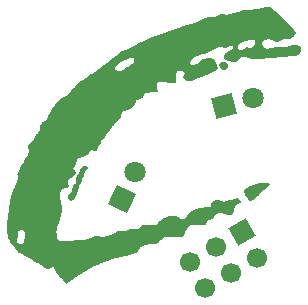
<source format=gbr>
%TF.GenerationSoftware,KiCad,Pcbnew,9.0.0*%
%TF.CreationDate,2025-05-05T09:11:19-07:00*%
%TF.ProjectId,DC33_Cnet_Badge_SAO,44433333-5f43-46e6-9574-5f4261646765,rev?*%
%TF.SameCoordinates,Original*%
%TF.FileFunction,Soldermask,Top*%
%TF.FilePolarity,Negative*%
%FSLAX46Y46*%
G04 Gerber Fmt 4.6, Leading zero omitted, Abs format (unit mm)*
G04 Created by KiCad (PCBNEW 9.0.0) date 2025-05-05 09:11:19*
%MOMM*%
%LPD*%
G01*
G04 APERTURE LIST*
G04 Aperture macros list*
%AMHorizOval*
0 Thick line with rounded ends*
0 $1 width*
0 $2 $3 position (X,Y) of the first rounded end (center of the circle)*
0 $4 $5 position (X,Y) of the second rounded end (center of the circle)*
0 Add line between two ends*
20,1,$1,$2,$3,$4,$5,0*
0 Add two circle primitives to create the rounded ends*
1,1,$1,$2,$3*
1,1,$1,$4,$5*%
%AMRotRect*
0 Rectangle, with rotation*
0 The origin of the aperture is its center*
0 $1 length*
0 $2 width*
0 $3 Rotation angle, in degrees counterclockwise*
0 Add horizontal line*
21,1,$1,$2,0,0,$3*%
G04 Aperture macros list end*
%ADD10C,0.000000*%
%ADD11RotRect,1.800000X1.800000X65.000000*%
%ADD12C,1.800000*%
%ADD13RotRect,1.800000X1.800000X15.000000*%
%ADD14RotRect,1.700000X1.700000X120.000000*%
%ADD15HorizOval,1.700000X0.000000X0.000000X0.000000X0.000000X0*%
G04 APERTURE END LIST*
D10*
%TO.C,G\u002A\u002A\u002A*%
G36*
X155907614Y-92950791D02*
G01*
X155934088Y-92953149D01*
X155960516Y-92956830D01*
X155986725Y-92961780D01*
X156012543Y-92967943D01*
X156037799Y-92975267D01*
X156062319Y-92983696D01*
X156085934Y-92993176D01*
X156108470Y-93003652D01*
X156129756Y-93015071D01*
X156149620Y-93027377D01*
X156167890Y-93040517D01*
X156184395Y-93054436D01*
X156198961Y-93069079D01*
X156209628Y-93081271D01*
X156219413Y-93093286D01*
X156228343Y-93105194D01*
X156236444Y-93117068D01*
X156243744Y-93128979D01*
X156250268Y-93140998D01*
X156256043Y-93153198D01*
X156261097Y-93165648D01*
X156265456Y-93178422D01*
X156269147Y-93191590D01*
X156272196Y-93205223D01*
X156274630Y-93219394D01*
X156276476Y-93234174D01*
X156277760Y-93249635D01*
X156278510Y-93265846D01*
X156278751Y-93282882D01*
X156278285Y-93306464D01*
X156276782Y-93328359D01*
X156274089Y-93348770D01*
X156272248Y-93358484D01*
X156270052Y-93367904D01*
X156267481Y-93377055D01*
X156264516Y-93385963D01*
X156261138Y-93394655D01*
X156257328Y-93403154D01*
X156253066Y-93411488D01*
X156248333Y-93419682D01*
X156243110Y-93427760D01*
X156237377Y-93435750D01*
X156231116Y-93443675D01*
X156224307Y-93451563D01*
X156216930Y-93459438D01*
X156208967Y-93467327D01*
X156200398Y-93475254D01*
X156191204Y-93483246D01*
X156170864Y-93499525D01*
X156147792Y-93516368D01*
X156121835Y-93533981D01*
X156092839Y-93552568D01*
X156060648Y-93572333D01*
X156039193Y-93585000D01*
X156019151Y-93596190D01*
X156000341Y-93605932D01*
X155982577Y-93614253D01*
X155965675Y-93621179D01*
X155949452Y-93626737D01*
X155933724Y-93630956D01*
X155918306Y-93633861D01*
X155903015Y-93635480D01*
X155887667Y-93635840D01*
X155872078Y-93634968D01*
X155856063Y-93632892D01*
X155839440Y-93629637D01*
X155822023Y-93625233D01*
X155803629Y-93619704D01*
X155784075Y-93613080D01*
X155784073Y-93613081D01*
X155772778Y-93609042D01*
X155762735Y-93605308D01*
X155753752Y-93601704D01*
X155745636Y-93598053D01*
X155741842Y-93596155D01*
X155738194Y-93594179D01*
X155734666Y-93592103D01*
X155731235Y-93589906D01*
X155727876Y-93587565D01*
X155724566Y-93585057D01*
X155721280Y-93582362D01*
X155717995Y-93579457D01*
X155714686Y-93576320D01*
X155711329Y-93572929D01*
X155704377Y-93565297D01*
X155696945Y-93556385D01*
X155688841Y-93546017D01*
X155679874Y-93534015D01*
X155669850Y-93520205D01*
X155645865Y-93486454D01*
X155615966Y-93443260D01*
X155589837Y-93403434D01*
X155567448Y-93366673D01*
X155548774Y-93332676D01*
X155533786Y-93301140D01*
X155527666Y-93286202D01*
X155522457Y-93271765D01*
X155518157Y-93257794D01*
X155514760Y-93244249D01*
X155512265Y-93231093D01*
X155510667Y-93218288D01*
X155509963Y-93205797D01*
X155510150Y-93193582D01*
X155511225Y-93181605D01*
X155513183Y-93169829D01*
X155516022Y-93158215D01*
X155519737Y-93146727D01*
X155524327Y-93135325D01*
X155529786Y-93123973D01*
X155536112Y-93112633D01*
X155543302Y-93101267D01*
X155560256Y-93078306D01*
X155580623Y-93054789D01*
X155604374Y-93030413D01*
X155614342Y-93020872D01*
X155623867Y-93012297D01*
X155633161Y-93004611D01*
X155637788Y-93001080D01*
X155642437Y-92997743D01*
X155647134Y-92994592D01*
X155651907Y-92991618D01*
X155656781Y-92988811D01*
X155661783Y-92986162D01*
X155666941Y-92983662D01*
X155672279Y-92981302D01*
X155677825Y-92979073D01*
X155683606Y-92976964D01*
X155689647Y-92974968D01*
X155695976Y-92973074D01*
X155702619Y-92971274D01*
X155709602Y-92969559D01*
X155724697Y-92966344D01*
X155741472Y-92963356D01*
X155760140Y-92960521D01*
X155780913Y-92957766D01*
X155804005Y-92955017D01*
X155829626Y-92952199D01*
X155855211Y-92950262D01*
X155881264Y-92949811D01*
X155907614Y-92950791D01*
G37*
G36*
X159406676Y-103160639D02*
G01*
X159465511Y-103164128D01*
X159519815Y-103170545D01*
X159569359Y-103179884D01*
X159613914Y-103192137D01*
X159653250Y-103207297D01*
X159687138Y-103225356D01*
X159715350Y-103246306D01*
X159737656Y-103270141D01*
X159743581Y-103278265D01*
X159748705Y-103286088D01*
X159750966Y-103289905D01*
X159753026Y-103293671D01*
X159754886Y-103297392D01*
X159756544Y-103301076D01*
X159758001Y-103304731D01*
X159759257Y-103308365D01*
X159760312Y-103311984D01*
X159761165Y-103315598D01*
X159761817Y-103319213D01*
X159762267Y-103322838D01*
X159762515Y-103326479D01*
X159762562Y-103330145D01*
X159762406Y-103333843D01*
X159762048Y-103337582D01*
X159761488Y-103341368D01*
X159760726Y-103345209D01*
X159759761Y-103349114D01*
X159758594Y-103353089D01*
X159757224Y-103357143D01*
X159755651Y-103361283D01*
X159751897Y-103369852D01*
X159747331Y-103378857D01*
X159741950Y-103388361D01*
X159735756Y-103398425D01*
X159724024Y-103415536D01*
X159710195Y-103433288D01*
X159694155Y-103451772D01*
X159675791Y-103471078D01*
X159654989Y-103491297D01*
X159631635Y-103512520D01*
X159605616Y-103534837D01*
X159576818Y-103558340D01*
X159545128Y-103583119D01*
X159510431Y-103609264D01*
X159472615Y-103636867D01*
X159431565Y-103666017D01*
X159387169Y-103696807D01*
X159339311Y-103729325D01*
X159287879Y-103763664D01*
X159232760Y-103799914D01*
X159194811Y-103824984D01*
X159178560Y-103836125D01*
X159163617Y-103846827D01*
X159149602Y-103857456D01*
X159136134Y-103868379D01*
X159122834Y-103879961D01*
X159109319Y-103892570D01*
X159095210Y-103906572D01*
X159080127Y-103922334D01*
X159063688Y-103940223D01*
X159045514Y-103960605D01*
X159002437Y-104010314D01*
X158947851Y-104074395D01*
X158879522Y-104154730D01*
X158826062Y-104216704D01*
X158782642Y-104265087D01*
X158763187Y-104285671D01*
X158744431Y-104304645D01*
X158725770Y-104322605D01*
X158706600Y-104340147D01*
X158686317Y-104357867D01*
X158664317Y-104376361D01*
X158612754Y-104418054D01*
X158547079Y-104469994D01*
X158479921Y-104522500D01*
X158422418Y-104566320D01*
X158373329Y-104602280D01*
X158331407Y-104631203D01*
X158295410Y-104653914D01*
X158279244Y-104663197D01*
X158264092Y-104671237D01*
X158249800Y-104678136D01*
X158236210Y-104683997D01*
X158223169Y-104688924D01*
X158210520Y-104693019D01*
X158198039Y-104696609D01*
X158186471Y-104699669D01*
X158175703Y-104702190D01*
X158165621Y-104704165D01*
X158156111Y-104705585D01*
X158147061Y-104706444D01*
X158138357Y-104706732D01*
X158129885Y-104706444D01*
X158121532Y-104705569D01*
X158113185Y-104704101D01*
X158104730Y-104702033D01*
X158096054Y-104699355D01*
X158087044Y-104696061D01*
X158077586Y-104692142D01*
X158067566Y-104687590D01*
X158056872Y-104682399D01*
X158056851Y-104682393D01*
X158046470Y-104677147D01*
X158037078Y-104672115D01*
X158032668Y-104669575D01*
X158028404Y-104666964D01*
X158024251Y-104664240D01*
X158020176Y-104661361D01*
X158016146Y-104658287D01*
X158012125Y-104654975D01*
X158008080Y-104651384D01*
X158003978Y-104647473D01*
X157999785Y-104643199D01*
X157995466Y-104638521D01*
X157990989Y-104633398D01*
X157986318Y-104627788D01*
X157981420Y-104621650D01*
X157976262Y-104614941D01*
X157965028Y-104599647D01*
X157952346Y-104581574D01*
X157937943Y-104560390D01*
X157921550Y-104535761D01*
X157902896Y-104507355D01*
X157857720Y-104437882D01*
X157813703Y-104369470D01*
X157776997Y-104311053D01*
X157746578Y-104260771D01*
X157721420Y-104216763D01*
X157700498Y-104177170D01*
X157682786Y-104140130D01*
X157667259Y-104103785D01*
X157652891Y-104066274D01*
X157642432Y-104035856D01*
X157633685Y-104006580D01*
X157626655Y-103978413D01*
X157621343Y-103951322D01*
X157617754Y-103925274D01*
X157615892Y-103900235D01*
X157615760Y-103876175D01*
X157617361Y-103853058D01*
X157620700Y-103830852D01*
X157625779Y-103809525D01*
X157632603Y-103789044D01*
X157641174Y-103769375D01*
X157651497Y-103750486D01*
X157663575Y-103732343D01*
X157677412Y-103714915D01*
X157693010Y-103698167D01*
X157722421Y-103672286D01*
X157760031Y-103644831D01*
X157805220Y-103616059D01*
X157857369Y-103586227D01*
X157915857Y-103555592D01*
X157980064Y-103524411D01*
X158049372Y-103492941D01*
X158123160Y-103461439D01*
X158200807Y-103430162D01*
X158281696Y-103399366D01*
X158365204Y-103369309D01*
X158450714Y-103340248D01*
X158537605Y-103312440D01*
X158625256Y-103286141D01*
X158713049Y-103261609D01*
X158800364Y-103239100D01*
X158887200Y-103218881D01*
X158971339Y-103201651D01*
X159052550Y-103187404D01*
X159130605Y-103176132D01*
X159205274Y-103167827D01*
X159276328Y-103162482D01*
X159343538Y-103160088D01*
X159406676Y-103160639D01*
G37*
G36*
X159980864Y-88399038D02*
G01*
X160226751Y-88610614D01*
X160470143Y-88829827D01*
X160710486Y-89056122D01*
X160947232Y-89288946D01*
X161179827Y-89527744D01*
X161407721Y-89771963D01*
X161630364Y-90021049D01*
X161847202Y-90274448D01*
X161894193Y-90330797D01*
X161913004Y-90353892D01*
X161928900Y-90374170D01*
X161942036Y-90392055D01*
X161952570Y-90407975D01*
X161956909Y-90415330D01*
X161960655Y-90422354D01*
X161963829Y-90429100D01*
X161966449Y-90435620D01*
X161968535Y-90441968D01*
X161970107Y-90448198D01*
X161971183Y-90454362D01*
X161971784Y-90460514D01*
X161971929Y-90466707D01*
X161971637Y-90472995D01*
X161970928Y-90479430D01*
X161969822Y-90486065D01*
X161966493Y-90500153D01*
X161961808Y-90515682D01*
X161948990Y-90552772D01*
X161941395Y-90573032D01*
X161932998Y-90593043D01*
X161923813Y-90612794D01*
X161913853Y-90632275D01*
X161903130Y-90651476D01*
X161891658Y-90670386D01*
X161866515Y-90707289D01*
X161838529Y-90742903D01*
X161807800Y-90777141D01*
X161774433Y-90809920D01*
X161738529Y-90841156D01*
X161700192Y-90870764D01*
X161659525Y-90898659D01*
X161616630Y-90924759D01*
X161571611Y-90948978D01*
X161524569Y-90971233D01*
X161475609Y-90991438D01*
X161424832Y-91009510D01*
X161372341Y-91025364D01*
X161355049Y-91029329D01*
X161333973Y-91032828D01*
X161309726Y-91035856D01*
X161282922Y-91038406D01*
X161224103Y-91042047D01*
X161162427Y-91043700D01*
X161102809Y-91043313D01*
X161050160Y-91040836D01*
X161027985Y-91038797D01*
X161009395Y-91036217D01*
X160995004Y-91033088D01*
X160985426Y-91029404D01*
X160981274Y-91027195D01*
X160977030Y-91025243D01*
X160972685Y-91023551D01*
X160968232Y-91022122D01*
X160963664Y-91020957D01*
X160958973Y-91020060D01*
X160954151Y-91019431D01*
X160949191Y-91019075D01*
X160944086Y-91018994D01*
X160938826Y-91019189D01*
X160933406Y-91019663D01*
X160927817Y-91020420D01*
X160922053Y-91021460D01*
X160916104Y-91022787D01*
X160909964Y-91024402D01*
X160903625Y-91026309D01*
X160897079Y-91028510D01*
X160890319Y-91031007D01*
X160876127Y-91036900D01*
X160860987Y-91044006D01*
X160844839Y-91052345D01*
X160827621Y-91061937D01*
X160809274Y-91072801D01*
X160789735Y-91084957D01*
X160768946Y-91098423D01*
X160733095Y-91121709D01*
X160699366Y-91142876D01*
X160667579Y-91161991D01*
X160637553Y-91179121D01*
X160609109Y-91194333D01*
X160582066Y-91207694D01*
X160556245Y-91219270D01*
X160531464Y-91229129D01*
X160507544Y-91237337D01*
X160484304Y-91243961D01*
X160461565Y-91249068D01*
X160439146Y-91252725D01*
X160416868Y-91254998D01*
X160394549Y-91255955D01*
X160372009Y-91255662D01*
X160349070Y-91254186D01*
X160329345Y-91252183D01*
X160310076Y-91249679D01*
X160291190Y-91246649D01*
X160272615Y-91243066D01*
X160254277Y-91238904D01*
X160236104Y-91234138D01*
X160218023Y-91228743D01*
X160199960Y-91222692D01*
X160181843Y-91215959D01*
X160163600Y-91208520D01*
X160145156Y-91200347D01*
X160126440Y-91191416D01*
X160107378Y-91181701D01*
X160087898Y-91171175D01*
X160067926Y-91159814D01*
X160047390Y-91147591D01*
X160032020Y-91138799D01*
X160012863Y-91128722D01*
X159990684Y-91117717D01*
X159966246Y-91106136D01*
X159940312Y-91094336D01*
X159913647Y-91082670D01*
X159887014Y-91071493D01*
X159861178Y-91061159D01*
X159824158Y-91046960D01*
X159793695Y-91035869D01*
X159780423Y-91031371D01*
X159768190Y-91027508D01*
X159756797Y-91024233D01*
X159746044Y-91021500D01*
X159735730Y-91019260D01*
X159725657Y-91017467D01*
X159715625Y-91016074D01*
X159705432Y-91015032D01*
X159694880Y-91014296D01*
X159683769Y-91013818D01*
X159659069Y-91013446D01*
X159634728Y-91013636D01*
X159623943Y-91013985D01*
X159613866Y-91014551D01*
X159604333Y-91015371D01*
X159595183Y-91016481D01*
X159586255Y-91017918D01*
X159577384Y-91019718D01*
X159568411Y-91021917D01*
X159559171Y-91024551D01*
X159549503Y-91027657D01*
X159539246Y-91031271D01*
X159528235Y-91035430D01*
X159516311Y-91040170D01*
X159489069Y-91051536D01*
X159407755Y-91085702D01*
X159338638Y-91114039D01*
X159316485Y-91123598D01*
X159295717Y-91133995D01*
X159276326Y-91145238D01*
X159267146Y-91151180D01*
X159258306Y-91157338D01*
X159249808Y-91163712D01*
X159241649Y-91170304D01*
X159233829Y-91177115D01*
X159226347Y-91184147D01*
X159219203Y-91191401D01*
X159212394Y-91198877D01*
X159205920Y-91206578D01*
X159199781Y-91214504D01*
X159193974Y-91222657D01*
X159188501Y-91231037D01*
X159183358Y-91239647D01*
X159178546Y-91248488D01*
X159174064Y-91257560D01*
X159169910Y-91266865D01*
X159166084Y-91276404D01*
X159162585Y-91286179D01*
X159159412Y-91296190D01*
X159156563Y-91306439D01*
X159151838Y-91327657D01*
X159148400Y-91349841D01*
X159146244Y-91373002D01*
X159145604Y-91403897D01*
X159147513Y-91435327D01*
X159151836Y-91467037D01*
X159158437Y-91498771D01*
X159167182Y-91530275D01*
X159177936Y-91561292D01*
X159190562Y-91591568D01*
X159204926Y-91620846D01*
X159220894Y-91648873D01*
X159238329Y-91675391D01*
X159257096Y-91700147D01*
X159277061Y-91722885D01*
X159298088Y-91743349D01*
X159320043Y-91761284D01*
X159342789Y-91776435D01*
X159354417Y-91782886D01*
X159366192Y-91788546D01*
X159374209Y-91791993D01*
X159382049Y-91795122D01*
X159389829Y-91797951D01*
X159397667Y-91800498D01*
X159405680Y-91802783D01*
X159413987Y-91804823D01*
X159422706Y-91806638D01*
X159431953Y-91808247D01*
X159441846Y-91809667D01*
X159452504Y-91810917D01*
X159464043Y-91812016D01*
X159476583Y-91812983D01*
X159490239Y-91813837D01*
X159505131Y-91814595D01*
X159539089Y-91815900D01*
X159588505Y-91816777D01*
X159612037Y-91816525D01*
X159635314Y-91815735D01*
X159658732Y-91814350D01*
X159682689Y-91812313D01*
X159707579Y-91809566D01*
X159733801Y-91806052D01*
X159761750Y-91801713D01*
X159791823Y-91796492D01*
X159859927Y-91783173D01*
X159941285Y-91765635D01*
X160039068Y-91743418D01*
X160127575Y-91723377D01*
X160201602Y-91707867D01*
X160266339Y-91696316D01*
X160296845Y-91691846D01*
X160326974Y-91688149D01*
X160357376Y-91685156D01*
X160388698Y-91682793D01*
X160456699Y-91679675D01*
X160536167Y-91678220D01*
X160632292Y-91677856D01*
X160776491Y-91676873D01*
X160901191Y-91673572D01*
X161011163Y-91667383D01*
X161111180Y-91657734D01*
X161158947Y-91651434D01*
X161206015Y-91644054D01*
X161300438Y-91625771D01*
X161399222Y-91602315D01*
X161507139Y-91573112D01*
X161596257Y-91549565D01*
X161681107Y-91530540D01*
X161761675Y-91516033D01*
X161837945Y-91506042D01*
X161909903Y-91500565D01*
X161977534Y-91499598D01*
X162040823Y-91503139D01*
X162099755Y-91511185D01*
X162154316Y-91523734D01*
X162204491Y-91540783D01*
X162250265Y-91562329D01*
X162291623Y-91588370D01*
X162328550Y-91618902D01*
X162361033Y-91653924D01*
X162389055Y-91693432D01*
X162412602Y-91737424D01*
X162418414Y-91751488D01*
X162423534Y-91766850D01*
X162427956Y-91783349D01*
X162431677Y-91800823D01*
X162434692Y-91819110D01*
X162436997Y-91838050D01*
X162438589Y-91857482D01*
X162439463Y-91877244D01*
X162439614Y-91897175D01*
X162439039Y-91917114D01*
X162437734Y-91936899D01*
X162435693Y-91956370D01*
X162432914Y-91975364D01*
X162429392Y-91993722D01*
X162425122Y-92011281D01*
X162420101Y-92027880D01*
X162409080Y-92058088D01*
X162396526Y-92087741D01*
X162382500Y-92116769D01*
X162367063Y-92145101D01*
X162350277Y-92172665D01*
X162332202Y-92199392D01*
X162312900Y-92225209D01*
X162292432Y-92250048D01*
X162270860Y-92273835D01*
X162248244Y-92296502D01*
X162224646Y-92317976D01*
X162200128Y-92338187D01*
X162174749Y-92357065D01*
X162148573Y-92374538D01*
X162121659Y-92390536D01*
X162094069Y-92404987D01*
X162009070Y-92446576D01*
X161809069Y-92452536D01*
X161721514Y-92455719D01*
X161633125Y-92460086D01*
X161543450Y-92465676D01*
X161452035Y-92472524D01*
X161358425Y-92480668D01*
X161262167Y-92490145D01*
X161162807Y-92500991D01*
X161059893Y-92513244D01*
X160838508Y-92539060D01*
X160741740Y-92548838D01*
X160649487Y-92556912D01*
X160558170Y-92563568D01*
X160464213Y-92569094D01*
X160254068Y-92577905D01*
X160019730Y-92587069D01*
X159918000Y-92592603D01*
X159814072Y-92599712D01*
X159698582Y-92609098D01*
X159562162Y-92621467D01*
X159189068Y-92657968D01*
X158756458Y-92700547D01*
X158517668Y-92721050D01*
X158448358Y-92724530D01*
X158400387Y-92724301D01*
X158364715Y-92720964D01*
X158332304Y-92715124D01*
X158314201Y-92710875D01*
X158291782Y-92704705D01*
X158265932Y-92696907D01*
X158237537Y-92687774D01*
X158207485Y-92677599D01*
X158176661Y-92666675D01*
X158145951Y-92655293D01*
X158116242Y-92643747D01*
X158030596Y-92610506D01*
X157954719Y-92583177D01*
X157886754Y-92561308D01*
X157855159Y-92552280D01*
X157824846Y-92544447D01*
X157795584Y-92537752D01*
X157767140Y-92532140D01*
X157739284Y-92527554D01*
X157711782Y-92523937D01*
X157684404Y-92521232D01*
X157656916Y-92519383D01*
X157629088Y-92518334D01*
X157600687Y-92518028D01*
X157558200Y-92519112D01*
X157517539Y-92522264D01*
X157478594Y-92527548D01*
X157441257Y-92535026D01*
X157405419Y-92544762D01*
X157370971Y-92556817D01*
X157337803Y-92571255D01*
X157305808Y-92588139D01*
X157274875Y-92607531D01*
X157244897Y-92629494D01*
X157215764Y-92654091D01*
X157187368Y-92681385D01*
X157159599Y-92711438D01*
X157132348Y-92744313D01*
X157105507Y-92780074D01*
X157078966Y-92818782D01*
X157064584Y-92840582D01*
X157051697Y-92859652D01*
X157039897Y-92876161D01*
X157034278Y-92883508D01*
X157028779Y-92890278D01*
X157023350Y-92896492D01*
X157017938Y-92902171D01*
X157012494Y-92907337D01*
X157006968Y-92912011D01*
X157001307Y-92916213D01*
X156995461Y-92919965D01*
X156989380Y-92923288D01*
X156983013Y-92926203D01*
X156976309Y-92928732D01*
X156969218Y-92930895D01*
X156961688Y-92932713D01*
X156953669Y-92934208D01*
X156945110Y-92935401D01*
X156935961Y-92936313D01*
X156926171Y-92936965D01*
X156915688Y-92937378D01*
X156892443Y-92937573D01*
X156865822Y-92937066D01*
X156800823Y-92934623D01*
X156713517Y-92929677D01*
X156629299Y-92922257D01*
X156548355Y-92912430D01*
X156470870Y-92900264D01*
X156397028Y-92885828D01*
X156327015Y-92869187D01*
X156261016Y-92850412D01*
X156199216Y-92829569D01*
X156141800Y-92806726D01*
X156088953Y-92781950D01*
X156040860Y-92755311D01*
X155997706Y-92726875D01*
X155959677Y-92696711D01*
X155926956Y-92664886D01*
X155899730Y-92631468D01*
X155878183Y-92596524D01*
X155873011Y-92585505D01*
X155868671Y-92573883D01*
X155865158Y-92561718D01*
X155862469Y-92549072D01*
X155860599Y-92536002D01*
X155859544Y-92522570D01*
X155859301Y-92508836D01*
X155859865Y-92494859D01*
X155861231Y-92480699D01*
X155863397Y-92466417D01*
X155866358Y-92452072D01*
X155870110Y-92437725D01*
X155874648Y-92423435D01*
X155879969Y-92409262D01*
X155886069Y-92395267D01*
X155892943Y-92381509D01*
X155901176Y-92366902D01*
X155910358Y-92352190D01*
X155920473Y-92337383D01*
X155931506Y-92322490D01*
X155956271Y-92292493D01*
X155984534Y-92262281D01*
X156016180Y-92231937D01*
X156051091Y-92201544D01*
X156089150Y-92171185D01*
X156130241Y-92140941D01*
X156174246Y-92110897D01*
X156221049Y-92081135D01*
X156270533Y-92051738D01*
X156322580Y-92022789D01*
X156377075Y-91994370D01*
X156433899Y-91966565D01*
X156492936Y-91939456D01*
X156554070Y-91913125D01*
X156567684Y-91907155D01*
X156581463Y-91900568D01*
X156595027Y-91893581D01*
X156607999Y-91886412D01*
X156620000Y-91879278D01*
X156630651Y-91872395D01*
X156635352Y-91869115D01*
X156639573Y-91865980D01*
X156643268Y-91863015D01*
X156646389Y-91860249D01*
X156653761Y-91852793D01*
X156660661Y-91844798D01*
X156667074Y-91836307D01*
X156672985Y-91827366D01*
X156678379Y-91818019D01*
X156683241Y-91808311D01*
X156687557Y-91798288D01*
X156691311Y-91787993D01*
X156694488Y-91777471D01*
X156697074Y-91766767D01*
X156699054Y-91755926D01*
X156700413Y-91744992D01*
X156701136Y-91734010D01*
X156701208Y-91723026D01*
X156700614Y-91712083D01*
X156699878Y-91705819D01*
X157093209Y-91705819D01*
X157093500Y-91722193D01*
X157094661Y-91737944D01*
X157096702Y-91752932D01*
X157099629Y-91767020D01*
X157103452Y-91780072D01*
X157108178Y-91791948D01*
X157113815Y-91802513D01*
X157119063Y-91810420D01*
X157125191Y-91818624D01*
X157132124Y-91827058D01*
X157139785Y-91835658D01*
X157148096Y-91844357D01*
X157156982Y-91853090D01*
X157166365Y-91861791D01*
X157176169Y-91870395D01*
X157186316Y-91878836D01*
X157196731Y-91887049D01*
X157207337Y-91894968D01*
X157218056Y-91902528D01*
X157228812Y-91909662D01*
X157239528Y-91916306D01*
X157250128Y-91922394D01*
X157260534Y-91927861D01*
X157269683Y-91932000D01*
X157279494Y-91935639D01*
X157289893Y-91938776D01*
X157300802Y-91941409D01*
X157312147Y-91943535D01*
X157323851Y-91945152D01*
X157335839Y-91946259D01*
X157348034Y-91946854D01*
X157360362Y-91946933D01*
X157372747Y-91946496D01*
X157385111Y-91945539D01*
X157397381Y-91944062D01*
X157409479Y-91942062D01*
X157421330Y-91939536D01*
X157432859Y-91936483D01*
X157443989Y-91932901D01*
X157444019Y-91932900D01*
X157456266Y-91928143D01*
X157469129Y-91922305D01*
X157482569Y-91915416D01*
X157496549Y-91907505D01*
X157511028Y-91898603D01*
X157525969Y-91888739D01*
X157541332Y-91877943D01*
X157557079Y-91866243D01*
X157573171Y-91853670D01*
X157589568Y-91840253D01*
X157606233Y-91826022D01*
X157623126Y-91811007D01*
X157640209Y-91795236D01*
X157657442Y-91778740D01*
X157674787Y-91761548D01*
X157692206Y-91743690D01*
X157775335Y-91657034D01*
X157932205Y-91706685D01*
X158057201Y-91745657D01*
X158100306Y-91758369D01*
X158133072Y-91767213D01*
X158157442Y-91772676D01*
X158175359Y-91775244D01*
X158182505Y-91775594D01*
X158188766Y-91775404D01*
X158199606Y-91773642D01*
X158200984Y-91773130D01*
X158202720Y-91772201D01*
X158207227Y-91769134D01*
X158213045Y-91764522D01*
X158220092Y-91758449D01*
X158228286Y-91750996D01*
X158237546Y-91742246D01*
X158258936Y-91721182D01*
X158283606Y-91695915D01*
X158310904Y-91667104D01*
X158340175Y-91635406D01*
X158370764Y-91601479D01*
X158409705Y-91557478D01*
X158441648Y-91520662D01*
X158467095Y-91490377D01*
X158486549Y-91465967D01*
X158500511Y-91446776D01*
X158505590Y-91438933D01*
X158509484Y-91432149D01*
X158512257Y-91426343D01*
X158513971Y-91421431D01*
X158514689Y-91417333D01*
X158514473Y-91413966D01*
X158513267Y-91407095D01*
X158512271Y-91398542D01*
X158511482Y-91388466D01*
X158510897Y-91377028D01*
X158510326Y-91350699D01*
X158510536Y-91320830D01*
X158511499Y-91288697D01*
X158513193Y-91255574D01*
X158515593Y-91222737D01*
X158518673Y-91191462D01*
X158521178Y-91168663D01*
X158522085Y-91159285D01*
X158522737Y-91151111D01*
X158523112Y-91144033D01*
X158523192Y-91137941D01*
X158522956Y-91132729D01*
X158522385Y-91128288D01*
X158521459Y-91124509D01*
X158520158Y-91121284D01*
X158518462Y-91118506D01*
X158516352Y-91116066D01*
X158513808Y-91113856D01*
X158510810Y-91111767D01*
X158507338Y-91109692D01*
X158503372Y-91107522D01*
X158494221Y-91104840D01*
X158478444Y-91102757D01*
X158456803Y-91101248D01*
X158430056Y-91100292D01*
X158364289Y-91099941D01*
X158287221Y-91101517D01*
X158204933Y-91104834D01*
X158123504Y-91109704D01*
X158049014Y-91115941D01*
X158016271Y-91119513D01*
X157987543Y-91123357D01*
X157937103Y-91132168D01*
X157876800Y-91144674D01*
X157810352Y-91159925D01*
X157741477Y-91176968D01*
X157673893Y-91194853D01*
X157611318Y-91212626D01*
X157557470Y-91229337D01*
X157516068Y-91244035D01*
X157483859Y-91257466D01*
X157452110Y-91272165D01*
X157420949Y-91288027D01*
X157390506Y-91304948D01*
X157360911Y-91322827D01*
X157332295Y-91341559D01*
X157304785Y-91361040D01*
X157278513Y-91381168D01*
X157253608Y-91401838D01*
X157230200Y-91422949D01*
X157208418Y-91444395D01*
X157188392Y-91466074D01*
X157170252Y-91487882D01*
X157154128Y-91509716D01*
X157140149Y-91531472D01*
X157128445Y-91553047D01*
X157121262Y-91568851D01*
X157114878Y-91585268D01*
X157109299Y-91602162D01*
X157104535Y-91619394D01*
X157100593Y-91636827D01*
X157097481Y-91654324D01*
X157095208Y-91671746D01*
X157093781Y-91688957D01*
X157093209Y-91705819D01*
X156699878Y-91705819D01*
X156699339Y-91701226D01*
X156697610Y-91691196D01*
X156695380Y-91680782D01*
X156692696Y-91670095D01*
X156689605Y-91659247D01*
X156686156Y-91648349D01*
X156682396Y-91637513D01*
X156678373Y-91626850D01*
X156674133Y-91616473D01*
X156669725Y-91606493D01*
X156665196Y-91597021D01*
X156660594Y-91588169D01*
X156655966Y-91580050D01*
X156651360Y-91572773D01*
X156646824Y-91566452D01*
X156642404Y-91561198D01*
X156638149Y-91557122D01*
X156634916Y-91554693D01*
X156631416Y-91552564D01*
X156627635Y-91550739D01*
X156623558Y-91549224D01*
X156619169Y-91548023D01*
X156614453Y-91547140D01*
X156609394Y-91546580D01*
X156603977Y-91546347D01*
X156598187Y-91546448D01*
X156592008Y-91546885D01*
X156585425Y-91547664D01*
X156578423Y-91548789D01*
X156570986Y-91550265D01*
X156563099Y-91552097D01*
X156554747Y-91554289D01*
X156545913Y-91556845D01*
X156526742Y-91563072D01*
X156505464Y-91570814D01*
X156481955Y-91580107D01*
X156456092Y-91590990D01*
X156427753Y-91603500D01*
X156396815Y-91617672D01*
X156363154Y-91633546D01*
X156326649Y-91651156D01*
X156242315Y-91691861D01*
X156207183Y-91708287D01*
X156175998Y-91722257D01*
X156148206Y-91733892D01*
X156123250Y-91743312D01*
X156100573Y-91750638D01*
X156079620Y-91755992D01*
X156059834Y-91759494D01*
X156040659Y-91761265D01*
X156021540Y-91761426D01*
X156001920Y-91760098D01*
X155981243Y-91757401D01*
X155958953Y-91753458D01*
X155907309Y-91742311D01*
X155872303Y-91734698D01*
X155839556Y-91728453D01*
X155807255Y-91723387D01*
X155773591Y-91719312D01*
X155736750Y-91716039D01*
X155694923Y-91713379D01*
X155646298Y-91711143D01*
X155589064Y-91709143D01*
X155389063Y-91702883D01*
X155294064Y-91758735D01*
X155141471Y-91844662D01*
X154980369Y-91927939D01*
X154810026Y-92008874D01*
X154629710Y-92087775D01*
X154438688Y-92164949D01*
X154236228Y-92240705D01*
X154021597Y-92315350D01*
X153794064Y-92389192D01*
X153701760Y-92418956D01*
X153616767Y-92447775D01*
X153548522Y-92472359D01*
X153523628Y-92482036D01*
X153506460Y-92489420D01*
X153491312Y-92496993D01*
X153475536Y-92505678D01*
X153459184Y-92515437D01*
X153442305Y-92526226D01*
X153424952Y-92538007D01*
X153407174Y-92550739D01*
X153389022Y-92564381D01*
X153370546Y-92578891D01*
X153351798Y-92594231D01*
X153332828Y-92610359D01*
X153313687Y-92627234D01*
X153294425Y-92644816D01*
X153275093Y-92663064D01*
X153255742Y-92681938D01*
X153236422Y-92701397D01*
X153217184Y-92721400D01*
X153179295Y-92762908D01*
X153145511Y-92803009D01*
X153115848Y-92841638D01*
X153090319Y-92878731D01*
X153068940Y-92914224D01*
X153051725Y-92948055D01*
X153044684Y-92964326D01*
X153038689Y-92980158D01*
X153033743Y-92995541D01*
X153029847Y-93010470D01*
X153027002Y-93024934D01*
X153025212Y-93038926D01*
X153024477Y-93052439D01*
X153024800Y-93065464D01*
X153026183Y-93077993D01*
X153028626Y-93090019D01*
X153032133Y-93101533D01*
X153036704Y-93112527D01*
X153042342Y-93122993D01*
X153049049Y-93132924D01*
X153056826Y-93142311D01*
X153065675Y-93151147D01*
X153075598Y-93159423D01*
X153086597Y-93167131D01*
X153098674Y-93174264D01*
X153111830Y-93180813D01*
X153118782Y-93183884D01*
X153125586Y-93186665D01*
X153132320Y-93189168D01*
X153139063Y-93191406D01*
X153145892Y-93193389D01*
X153152886Y-93195131D01*
X153160123Y-93196643D01*
X153167680Y-93197937D01*
X153175637Y-93199026D01*
X153184070Y-93199920D01*
X153193059Y-93200632D01*
X153202681Y-93201175D01*
X153213014Y-93201560D01*
X153224137Y-93201798D01*
X153249064Y-93201886D01*
X153292041Y-93200057D01*
X153335945Y-93195105D01*
X153380586Y-93187125D01*
X153425771Y-93176215D01*
X153471309Y-93162471D01*
X153517009Y-93145991D01*
X153562678Y-93126872D01*
X153608125Y-93105210D01*
X153653159Y-93081102D01*
X153697588Y-93054645D01*
X153741220Y-93025937D01*
X153783865Y-92995073D01*
X153825329Y-92962151D01*
X153865423Y-92927268D01*
X153903953Y-92890521D01*
X153940729Y-92852006D01*
X153961233Y-92829944D01*
X153970837Y-92819989D01*
X153980070Y-92810701D01*
X153988977Y-92802043D01*
X153997605Y-92793976D01*
X154005997Y-92786463D01*
X154014201Y-92779466D01*
X154022260Y-92772948D01*
X154030222Y-92766870D01*
X154038130Y-92761194D01*
X154046031Y-92755884D01*
X154053969Y-92750901D01*
X154061992Y-92746207D01*
X154070143Y-92741765D01*
X154078468Y-92737537D01*
X154106437Y-92724814D01*
X154136755Y-92712905D01*
X154169313Y-92701825D01*
X154204003Y-92691591D01*
X154240715Y-92682218D01*
X154279340Y-92673723D01*
X154319769Y-92666120D01*
X154361893Y-92659427D01*
X154405603Y-92653658D01*
X154450790Y-92648830D01*
X154497345Y-92644958D01*
X154545159Y-92642059D01*
X154594123Y-92640147D01*
X154644128Y-92639240D01*
X154695065Y-92639352D01*
X154746824Y-92640500D01*
X154814247Y-92643265D01*
X154843126Y-92645057D01*
X154869154Y-92647231D01*
X154892610Y-92649869D01*
X154913773Y-92653053D01*
X154932919Y-92656865D01*
X154950329Y-92661387D01*
X154966280Y-92666701D01*
X154981050Y-92672890D01*
X154994918Y-92680036D01*
X155008162Y-92688220D01*
X155021061Y-92697524D01*
X155033892Y-92708032D01*
X155046935Y-92719824D01*
X155060467Y-92732983D01*
X155070816Y-92743626D01*
X155080640Y-92754365D01*
X155090006Y-92765321D01*
X155098982Y-92776613D01*
X155107635Y-92788363D01*
X155116034Y-92800689D01*
X155124247Y-92813714D01*
X155132340Y-92827556D01*
X155140383Y-92842338D01*
X155148443Y-92858178D01*
X155156588Y-92875198D01*
X155164886Y-92893517D01*
X155173404Y-92913257D01*
X155182211Y-92934537D01*
X155191375Y-92957479D01*
X155200962Y-92982202D01*
X155209460Y-93003619D01*
X155220330Y-93029788D01*
X155247393Y-93092319D01*
X155278566Y-93161673D01*
X155310267Y-93229729D01*
X155330208Y-93272295D01*
X155347448Y-93310683D01*
X155361979Y-93345227D01*
X155373791Y-93376264D01*
X155382875Y-93404127D01*
X155389220Y-93429153D01*
X155391364Y-93440707D01*
X155392819Y-93451677D01*
X155393585Y-93462105D01*
X155393662Y-93472034D01*
X155393046Y-93481504D01*
X155391738Y-93490558D01*
X155389737Y-93499239D01*
X155387040Y-93507587D01*
X155383648Y-93515644D01*
X155379558Y-93523454D01*
X155374770Y-93531056D01*
X155369282Y-93538495D01*
X155363094Y-93545810D01*
X155356203Y-93553045D01*
X155340312Y-93567439D01*
X155321600Y-93582014D01*
X155300057Y-93597103D01*
X155258001Y-93624392D01*
X155210650Y-93653182D01*
X155157882Y-93683529D01*
X155099577Y-93715492D01*
X154965873Y-93784491D01*
X154808571Y-93860632D01*
X154626705Y-93944371D01*
X154419309Y-94036164D01*
X154185418Y-94136466D01*
X153924065Y-94245732D01*
X153534820Y-94406182D01*
X153305143Y-94498867D01*
X153234518Y-94525927D01*
X153185038Y-94543401D01*
X153150451Y-94553741D01*
X153124508Y-94559398D01*
X153108877Y-94561645D01*
X153090357Y-94563493D01*
X153069493Y-94564924D01*
X153046827Y-94565919D01*
X153022903Y-94566461D01*
X152998264Y-94566532D01*
X152973454Y-94566113D01*
X152949015Y-94565187D01*
X152898806Y-94561412D01*
X152851095Y-94555170D01*
X152805914Y-94546485D01*
X152763297Y-94535380D01*
X152723278Y-94521879D01*
X152685889Y-94506005D01*
X152651166Y-94487783D01*
X152619140Y-94467237D01*
X152589845Y-94444389D01*
X152576233Y-94432109D01*
X152563316Y-94419264D01*
X152551099Y-94405854D01*
X152539585Y-94391885D01*
X152528779Y-94377357D01*
X152518686Y-94362276D01*
X152509309Y-94346642D01*
X152500652Y-94330460D01*
X152485518Y-94296462D01*
X152473315Y-94260305D01*
X152464079Y-94222013D01*
X152461537Y-94207921D01*
X152459635Y-94194547D01*
X152458406Y-94181765D01*
X152457884Y-94169451D01*
X152458102Y-94157476D01*
X152459092Y-94145716D01*
X152460888Y-94134045D01*
X152463523Y-94122335D01*
X152467030Y-94110462D01*
X152471441Y-94098298D01*
X152476790Y-94085719D01*
X152483110Y-94072597D01*
X152490434Y-94058807D01*
X152498795Y-94044223D01*
X152508225Y-94028718D01*
X152518759Y-94012167D01*
X152527777Y-93997710D01*
X152536200Y-93983181D01*
X152543842Y-93968972D01*
X152550517Y-93955477D01*
X152556041Y-93943087D01*
X152558313Y-93937429D01*
X152560227Y-93932195D01*
X152561761Y-93927433D01*
X152562892Y-93923193D01*
X152563595Y-93919524D01*
X152563849Y-93916474D01*
X152563707Y-93912696D01*
X152563230Y-93908702D01*
X152562426Y-93904506D01*
X152561307Y-93900123D01*
X152558164Y-93890848D01*
X152553883Y-93880987D01*
X152548546Y-93870648D01*
X152542235Y-93859941D01*
X152535033Y-93848976D01*
X152527022Y-93837863D01*
X152518285Y-93826710D01*
X152508904Y-93815628D01*
X152498962Y-93804726D01*
X152488540Y-93794114D01*
X152477722Y-93783901D01*
X152466590Y-93774197D01*
X152455226Y-93765110D01*
X152443712Y-93756752D01*
X152416756Y-93739658D01*
X152388766Y-93724704D01*
X152359900Y-93711896D01*
X152330319Y-93701237D01*
X152300181Y-93692733D01*
X152269645Y-93686388D01*
X152238870Y-93682207D01*
X152208017Y-93680196D01*
X152177243Y-93680358D01*
X152146708Y-93682698D01*
X152116572Y-93687222D01*
X152086993Y-93693934D01*
X152058131Y-93702839D01*
X152030145Y-93713941D01*
X152003193Y-93727246D01*
X151977436Y-93742758D01*
X151961556Y-93753834D01*
X151946611Y-93765434D01*
X151932581Y-93777595D01*
X151919444Y-93790353D01*
X151907179Y-93803746D01*
X151895763Y-93817809D01*
X151885176Y-93832579D01*
X151875396Y-93848093D01*
X151866401Y-93864386D01*
X151858169Y-93881496D01*
X151850680Y-93899460D01*
X151843912Y-93918313D01*
X151837842Y-93938092D01*
X151832450Y-93958834D01*
X151827714Y-93980575D01*
X151823612Y-94003352D01*
X151821906Y-94014583D01*
X151820509Y-94025735D01*
X151819441Y-94037121D01*
X151818719Y-94049052D01*
X151818359Y-94061841D01*
X151818380Y-94075799D01*
X151818799Y-94091238D01*
X151819634Y-94108470D01*
X151820902Y-94127808D01*
X151822621Y-94149562D01*
X151827481Y-94201572D01*
X151834355Y-94266993D01*
X151843382Y-94348323D01*
X151854379Y-94448126D01*
X151861966Y-94525438D01*
X151865997Y-94583578D01*
X151866632Y-94606497D01*
X151866322Y-94625868D01*
X151865049Y-94642106D01*
X151862794Y-94655626D01*
X151859539Y-94666843D01*
X151855265Y-94676173D01*
X151849954Y-94684030D01*
X151843587Y-94690829D01*
X151836146Y-94696985D01*
X151827612Y-94702914D01*
X151812095Y-94712297D01*
X151795783Y-94720571D01*
X151778524Y-94727743D01*
X151760165Y-94733821D01*
X151740555Y-94738812D01*
X151719542Y-94742723D01*
X151696972Y-94745563D01*
X151672694Y-94747338D01*
X151646556Y-94748057D01*
X151618404Y-94747727D01*
X151588088Y-94746355D01*
X151555455Y-94743948D01*
X151520352Y-94740516D01*
X151482628Y-94736064D01*
X151442129Y-94730601D01*
X151398705Y-94724133D01*
X151295530Y-94708914D01*
X151198584Y-94696441D01*
X151103872Y-94686439D01*
X151007402Y-94678634D01*
X150905180Y-94672749D01*
X150793212Y-94668510D01*
X150667506Y-94665642D01*
X150524066Y-94663869D01*
X150499954Y-94663860D01*
X150477548Y-94664283D01*
X150456722Y-94665177D01*
X150437348Y-94666576D01*
X150419299Y-94668518D01*
X150402447Y-94671039D01*
X150386667Y-94674175D01*
X150371829Y-94677964D01*
X150357807Y-94682440D01*
X150344474Y-94687642D01*
X150331702Y-94693604D01*
X150319364Y-94700365D01*
X150307332Y-94707960D01*
X150295480Y-94716425D01*
X150283681Y-94725798D01*
X150271806Y-94736114D01*
X150259388Y-94747648D01*
X150248234Y-94758750D01*
X150238281Y-94769598D01*
X150233735Y-94774983D01*
X150229466Y-94780369D01*
X150225466Y-94785781D01*
X150221727Y-94791239D01*
X150218242Y-94796767D01*
X150215002Y-94802385D01*
X150211999Y-94808117D01*
X150209227Y-94813983D01*
X150206676Y-94820007D01*
X150204340Y-94826211D01*
X150202209Y-94832616D01*
X150200278Y-94839244D01*
X150198537Y-94846118D01*
X150196979Y-94853260D01*
X150195596Y-94860692D01*
X150194380Y-94868435D01*
X150192419Y-94884946D01*
X150191032Y-94902970D01*
X150190158Y-94922683D01*
X150189733Y-94944262D01*
X150189695Y-94967883D01*
X150190127Y-94992448D01*
X150191170Y-95016225D01*
X150192853Y-95039329D01*
X150195209Y-95061875D01*
X150198269Y-95083979D01*
X150202063Y-95105755D01*
X150206622Y-95127319D01*
X150211977Y-95148786D01*
X150218158Y-95170270D01*
X150225198Y-95191888D01*
X150233127Y-95213753D01*
X150241976Y-95235982D01*
X150251775Y-95258689D01*
X150262556Y-95281990D01*
X150274349Y-95305999D01*
X150287186Y-95330832D01*
X150298134Y-95351939D01*
X150306792Y-95369616D01*
X150310303Y-95377292D01*
X150313289Y-95384259D01*
X150315767Y-95390567D01*
X150317752Y-95396265D01*
X150319261Y-95401402D01*
X150320309Y-95406029D01*
X150320912Y-95410194D01*
X150321086Y-95413947D01*
X150320848Y-95417338D01*
X150320213Y-95420417D01*
X150319197Y-95423232D01*
X150317816Y-95425833D01*
X150315380Y-95429072D01*
X150312101Y-95432277D01*
X150307956Y-95435453D01*
X150302923Y-95438603D01*
X150296978Y-95441731D01*
X150290100Y-95444843D01*
X150273452Y-95451028D01*
X150252795Y-95457191D01*
X150227949Y-95463363D01*
X150198731Y-95469577D01*
X150164960Y-95475864D01*
X150126454Y-95482256D01*
X150083032Y-95488785D01*
X150034511Y-95495483D01*
X149980711Y-95502382D01*
X149921448Y-95509514D01*
X149856542Y-95516910D01*
X149709073Y-95532623D01*
X149558465Y-95548514D01*
X149438378Y-95562364D01*
X149344972Y-95574939D01*
X149274408Y-95587007D01*
X149246491Y-95593091D01*
X149222844Y-95599335D01*
X149202988Y-95605837D01*
X149186442Y-95612691D01*
X149172726Y-95619994D01*
X149161360Y-95627842D01*
X149151864Y-95636330D01*
X149143758Y-95645555D01*
X149141544Y-95648718D01*
X149139037Y-95652936D01*
X149136263Y-95658137D01*
X149133251Y-95664250D01*
X149126625Y-95678931D01*
X149119385Y-95696416D01*
X149111757Y-95716140D01*
X149103964Y-95737539D01*
X149096233Y-95760049D01*
X149088788Y-95783106D01*
X149077012Y-95819213D01*
X149065121Y-95851861D01*
X149052739Y-95881349D01*
X149046247Y-95895002D01*
X149039493Y-95907978D01*
X149032429Y-95920315D01*
X149025009Y-95932049D01*
X149017185Y-95943220D01*
X149008912Y-95953863D01*
X149000142Y-95964017D01*
X148990829Y-95973719D01*
X148980926Y-95983008D01*
X148970385Y-95991919D01*
X148959161Y-96000492D01*
X148947207Y-96008763D01*
X148934475Y-96016771D01*
X148920919Y-96024552D01*
X148906493Y-96032145D01*
X148891149Y-96039586D01*
X148857521Y-96054166D01*
X148819662Y-96068591D01*
X148777198Y-96083164D01*
X148729754Y-96098184D01*
X148676956Y-96113953D01*
X148618597Y-96131366D01*
X148569891Y-96146758D01*
X148530041Y-96160463D01*
X148498252Y-96172817D01*
X148485132Y-96178591D01*
X148473728Y-96184154D01*
X148463941Y-96189546D01*
X148455671Y-96194810D01*
X148448820Y-96199987D01*
X148443287Y-96205119D01*
X148438973Y-96210248D01*
X148435779Y-96215417D01*
X148434838Y-96217584D01*
X148433858Y-96220454D01*
X148432847Y-96223980D01*
X148431814Y-96228114D01*
X148429709Y-96238017D01*
X148427608Y-96249783D01*
X148425573Y-96263033D01*
X148423670Y-96277386D01*
X148421960Y-96292464D01*
X148420508Y-96307887D01*
X148417137Y-96338976D01*
X148412294Y-96369533D01*
X148405971Y-96399564D01*
X148398162Y-96429074D01*
X148388860Y-96458070D01*
X148378059Y-96486557D01*
X148365753Y-96514540D01*
X148351933Y-96542027D01*
X148336594Y-96569022D01*
X148319729Y-96595532D01*
X148301332Y-96621562D01*
X148281395Y-96647119D01*
X148259912Y-96672207D01*
X148236875Y-96696833D01*
X148212280Y-96721003D01*
X148186118Y-96744723D01*
X148158383Y-96767998D01*
X148129069Y-96790834D01*
X148098169Y-96813237D01*
X148065675Y-96835213D01*
X148031582Y-96856767D01*
X147995883Y-96877906D01*
X147919638Y-96918961D01*
X147836887Y-96958424D01*
X147747578Y-96996342D01*
X147651655Y-97032761D01*
X147549067Y-97067728D01*
X147519144Y-97077884D01*
X147490843Y-97088489D01*
X147464118Y-97099577D01*
X147438921Y-97111185D01*
X147415208Y-97123346D01*
X147392933Y-97136096D01*
X147372048Y-97149470D01*
X147352510Y-97163503D01*
X147334270Y-97178230D01*
X147317285Y-97193686D01*
X147301507Y-97209905D01*
X147286890Y-97226923D01*
X147273390Y-97244775D01*
X147260959Y-97263496D01*
X147249552Y-97283120D01*
X147239123Y-97303683D01*
X147234581Y-97314108D01*
X147229605Y-97327038D01*
X147218564Y-97359621D01*
X147206424Y-97399840D01*
X147193610Y-97446101D01*
X147180548Y-97496812D01*
X147167663Y-97550382D01*
X147155379Y-97605216D01*
X147144122Y-97659722D01*
X147142186Y-97669302D01*
X147140297Y-97677895D01*
X147138353Y-97685644D01*
X147136250Y-97692691D01*
X147133886Y-97699179D01*
X147132572Y-97702258D01*
X147131155Y-97705251D01*
X147129620Y-97708176D01*
X147127955Y-97711050D01*
X147126147Y-97713892D01*
X147124183Y-97716718D01*
X147122050Y-97719548D01*
X147119736Y-97722399D01*
X147114509Y-97728235D01*
X147108399Y-97734369D01*
X147101303Y-97740943D01*
X147093118Y-97748101D01*
X147083740Y-97755986D01*
X147060992Y-97774504D01*
X147006222Y-97819797D01*
X146950701Y-97867993D01*
X146894647Y-97918849D01*
X146838279Y-97972121D01*
X146781815Y-98027569D01*
X146725473Y-98084949D01*
X146669471Y-98144020D01*
X146614029Y-98204538D01*
X146559363Y-98266262D01*
X146505693Y-98328949D01*
X146453237Y-98392357D01*
X146402213Y-98456244D01*
X146352839Y-98520366D01*
X146305333Y-98584483D01*
X146259915Y-98648350D01*
X146216802Y-98711727D01*
X146150456Y-98809715D01*
X146082455Y-98906402D01*
X146012546Y-99002120D01*
X145940471Y-99097199D01*
X145865976Y-99191971D01*
X145788805Y-99286764D01*
X145708704Y-99381911D01*
X145625416Y-99477742D01*
X145593166Y-99514457D01*
X145568592Y-99543124D01*
X145558858Y-99554956D01*
X145550653Y-99565396D01*
X145543847Y-99574650D01*
X145538309Y-99582924D01*
X145533910Y-99590425D01*
X145530520Y-99597360D01*
X145528007Y-99603935D01*
X145526244Y-99610356D01*
X145525098Y-99616830D01*
X145524441Y-99623564D01*
X145524143Y-99630764D01*
X145524072Y-99638636D01*
X145523708Y-99650235D01*
X145522649Y-99663236D01*
X145520946Y-99677436D01*
X145518651Y-99692634D01*
X145515813Y-99708629D01*
X145512483Y-99725220D01*
X145504553Y-99759382D01*
X145495266Y-99793510D01*
X145485027Y-99825991D01*
X145479678Y-99841111D01*
X145474244Y-99855216D01*
X145468775Y-99868104D01*
X145463322Y-99879573D01*
X145454198Y-99896617D01*
X145444564Y-99912808D01*
X145434424Y-99928143D01*
X145423781Y-99942619D01*
X145412641Y-99956231D01*
X145401006Y-99968977D01*
X145388882Y-99980853D01*
X145376272Y-99991855D01*
X145363182Y-100001980D01*
X145349614Y-100011225D01*
X145335573Y-100019587D01*
X145321063Y-100027061D01*
X145306089Y-100033644D01*
X145290655Y-100039334D01*
X145274765Y-100044126D01*
X145258422Y-100048016D01*
X145204072Y-100059297D01*
X145204072Y-100122867D01*
X145203642Y-100153644D01*
X145202363Y-100183343D01*
X145200251Y-100211908D01*
X145197323Y-100239284D01*
X145193594Y-100265418D01*
X145189081Y-100290256D01*
X145183801Y-100313743D01*
X145177768Y-100335824D01*
X145171001Y-100356447D01*
X145163515Y-100375555D01*
X145155326Y-100393096D01*
X145146451Y-100409015D01*
X145136905Y-100423257D01*
X145126706Y-100435768D01*
X145115869Y-100446494D01*
X145104410Y-100455381D01*
X145096299Y-100460437D01*
X145092119Y-100462716D01*
X145087840Y-100464828D01*
X145083447Y-100466774D01*
X145078928Y-100468555D01*
X145074268Y-100470169D01*
X145069456Y-100471617D01*
X145064478Y-100472900D01*
X145059320Y-100474017D01*
X145053969Y-100474969D01*
X145048413Y-100475755D01*
X145036629Y-100476832D01*
X145023862Y-100477248D01*
X145010007Y-100477004D01*
X144994957Y-100476100D01*
X144978607Y-100474539D01*
X144960852Y-100472320D01*
X144941584Y-100469444D01*
X144920698Y-100465911D01*
X144898089Y-100461724D01*
X144873650Y-100456881D01*
X144848248Y-100451939D01*
X144824297Y-100447781D01*
X144801726Y-100444412D01*
X144780465Y-100441836D01*
X144760444Y-100440058D01*
X144741592Y-100439082D01*
X144723839Y-100438913D01*
X144707115Y-100439555D01*
X144691350Y-100441013D01*
X144676473Y-100443292D01*
X144662414Y-100446396D01*
X144649103Y-100450330D01*
X144636470Y-100455097D01*
X144624444Y-100460704D01*
X144612956Y-100467153D01*
X144601934Y-100474451D01*
X144597085Y-100478213D01*
X144591425Y-100483131D01*
X144585025Y-100489126D01*
X144577952Y-100496119D01*
X144570278Y-100504030D01*
X144562072Y-100512780D01*
X144544342Y-100532481D01*
X144525318Y-100554587D01*
X144505559Y-100578465D01*
X144485622Y-100603480D01*
X144466064Y-100629000D01*
X144431040Y-100675269D01*
X144398994Y-100716433D01*
X144369198Y-100752950D01*
X144340928Y-100785274D01*
X144313459Y-100813863D01*
X144299798Y-100826899D01*
X144286066Y-100839173D01*
X144272170Y-100850740D01*
X144258022Y-100861659D01*
X144243530Y-100871985D01*
X144228603Y-100881777D01*
X144213151Y-100891091D01*
X144197084Y-100899985D01*
X144180309Y-100908514D01*
X144162738Y-100916737D01*
X144124842Y-100932491D01*
X144082669Y-100947702D01*
X144035495Y-100962826D01*
X143982593Y-100978320D01*
X143923240Y-100994640D01*
X143856709Y-101012242D01*
X143781084Y-101032345D01*
X143718153Y-101049902D01*
X143666294Y-101065493D01*
X143623887Y-101079701D01*
X143589313Y-101093105D01*
X143574456Y-101099687D01*
X143560950Y-101106287D01*
X143548591Y-101112976D01*
X143537178Y-101119828D01*
X143516377Y-101134309D01*
X143507416Y-101141337D01*
X143499312Y-101148170D01*
X143495557Y-101151564D01*
X143491989Y-101154970D01*
X143488598Y-101158409D01*
X143485375Y-101161900D01*
X143482310Y-101165464D01*
X143479395Y-101169121D01*
X143476620Y-101172892D01*
X143473975Y-101176796D01*
X143471452Y-101180854D01*
X143469042Y-101185087D01*
X143466734Y-101189514D01*
X143464520Y-101194155D01*
X143462391Y-101199032D01*
X143460337Y-101204164D01*
X143458349Y-101209571D01*
X143456418Y-101215275D01*
X143454535Y-101221294D01*
X143452690Y-101227650D01*
X143449078Y-101241451D01*
X143445508Y-101256841D01*
X143441907Y-101273981D01*
X143438200Y-101293034D01*
X143434314Y-101314162D01*
X143427173Y-101351542D01*
X143419385Y-101387875D01*
X143410908Y-101423263D01*
X143401700Y-101457810D01*
X143391720Y-101491618D01*
X143380925Y-101524790D01*
X143369274Y-101557430D01*
X143356725Y-101589639D01*
X143343236Y-101621522D01*
X143328765Y-101653181D01*
X143313271Y-101684719D01*
X143296712Y-101716238D01*
X143279046Y-101747843D01*
X143260230Y-101779635D01*
X143240224Y-101811719D01*
X143218985Y-101844195D01*
X143205946Y-101864183D01*
X143193781Y-101883765D01*
X143182757Y-101902447D01*
X143173140Y-101919732D01*
X143165198Y-101935126D01*
X143159194Y-101948133D01*
X143157003Y-101953587D01*
X143155397Y-101958258D01*
X143154409Y-101962085D01*
X143154072Y-101965005D01*
X143154172Y-101968744D01*
X143154474Y-101972573D01*
X143154982Y-101976496D01*
X143155699Y-101980521D01*
X143157778Y-101988897D01*
X143160739Y-101997748D01*
X143164613Y-102007121D01*
X143169430Y-102017063D01*
X143175219Y-102027622D01*
X143182010Y-102038845D01*
X143189833Y-102050779D01*
X143198718Y-102063472D01*
X143208695Y-102076969D01*
X143219793Y-102091320D01*
X143232042Y-102106571D01*
X143245472Y-102122768D01*
X143260113Y-102139961D01*
X143275995Y-102158194D01*
X143309860Y-102197383D01*
X143323971Y-102214377D01*
X143336296Y-102229823D01*
X143346903Y-102243861D01*
X143355865Y-102256630D01*
X143363252Y-102268270D01*
X143369133Y-102278920D01*
X143373580Y-102288721D01*
X143376663Y-102297811D01*
X143378452Y-102306330D01*
X143379018Y-102314418D01*
X143378431Y-102322215D01*
X143376763Y-102329859D01*
X143374082Y-102337490D01*
X143370461Y-102345248D01*
X143363240Y-102358405D01*
X143355087Y-102371681D01*
X143345891Y-102385187D01*
X143335540Y-102399032D01*
X143323922Y-102413327D01*
X143310926Y-102428182D01*
X143296441Y-102443708D01*
X143280354Y-102460015D01*
X143262555Y-102477212D01*
X143242932Y-102495410D01*
X143221373Y-102514721D01*
X143197767Y-102535252D01*
X143172002Y-102557116D01*
X143143967Y-102580422D01*
X143080641Y-102631803D01*
X143007280Y-102691451D01*
X142943799Y-102745020D01*
X142889677Y-102793027D01*
X142844394Y-102835985D01*
X142824905Y-102855732D01*
X142807429Y-102874409D01*
X142791904Y-102892082D01*
X142778263Y-102908814D01*
X142766441Y-102924671D01*
X142756374Y-102939716D01*
X142747996Y-102954013D01*
X142741242Y-102967627D01*
X142738022Y-102975000D01*
X142735186Y-102982011D01*
X142732722Y-102988859D01*
X142730613Y-102995739D01*
X142728847Y-103002851D01*
X142727409Y-103010389D01*
X142726285Y-103018552D01*
X142725461Y-103027537D01*
X142724923Y-103037539D01*
X142724656Y-103048758D01*
X142724647Y-103061389D01*
X142724881Y-103075629D01*
X142725344Y-103091676D01*
X142726022Y-103109727D01*
X142727967Y-103152627D01*
X142731224Y-103213946D01*
X142735092Y-103277182D01*
X142739085Y-103334890D01*
X142742718Y-103379621D01*
X142744301Y-103398824D01*
X142745465Y-103417393D01*
X142746215Y-103435284D01*
X142746555Y-103452452D01*
X142746490Y-103468853D01*
X142746025Y-103484441D01*
X142745165Y-103499172D01*
X142743914Y-103513001D01*
X142742278Y-103525885D01*
X142740260Y-103537778D01*
X142737867Y-103548635D01*
X142735102Y-103558413D01*
X142731971Y-103567066D01*
X142728478Y-103574550D01*
X142724628Y-103580820D01*
X142720426Y-103585832D01*
X142719068Y-103587127D01*
X142717646Y-103588358D01*
X142716148Y-103589526D01*
X142714563Y-103590633D01*
X142712877Y-103591682D01*
X142711080Y-103592672D01*
X142709160Y-103593605D01*
X142707103Y-103594484D01*
X142704900Y-103595310D01*
X142702537Y-103596084D01*
X142700004Y-103596807D01*
X142697287Y-103597482D01*
X142694375Y-103598110D01*
X142691256Y-103598692D01*
X142687919Y-103599230D01*
X142684351Y-103599725D01*
X142676475Y-103600595D01*
X142667534Y-103601312D01*
X142657433Y-103601890D01*
X142646076Y-103602340D01*
X142633367Y-103602675D01*
X142619213Y-103602907D01*
X142603517Y-103603049D01*
X142586185Y-103603112D01*
X142561893Y-103603377D01*
X142538898Y-103604114D01*
X142517067Y-103605361D01*
X142496265Y-103607152D01*
X142476356Y-103609522D01*
X142457206Y-103612507D01*
X142438681Y-103616142D01*
X142420645Y-103620462D01*
X142402964Y-103625502D01*
X142385503Y-103631299D01*
X142368128Y-103637886D01*
X142350704Y-103645300D01*
X142333095Y-103653575D01*
X142315168Y-103662747D01*
X142296788Y-103672851D01*
X142277820Y-103683923D01*
X142256064Y-103697576D01*
X142235303Y-103711881D01*
X142215532Y-103726857D01*
X142196746Y-103742526D01*
X142178939Y-103758906D01*
X142162106Y-103776018D01*
X142146242Y-103793882D01*
X142131342Y-103812517D01*
X142117399Y-103831943D01*
X142104409Y-103852180D01*
X142092367Y-103873248D01*
X142081267Y-103895168D01*
X142071104Y-103917958D01*
X142061872Y-103941640D01*
X142053567Y-103966232D01*
X142046183Y-103991754D01*
X142039714Y-104018227D01*
X142034156Y-104045671D01*
X142029503Y-104074105D01*
X142025750Y-104103549D01*
X142022891Y-104134024D01*
X142020921Y-104165548D01*
X142019835Y-104198143D01*
X142019628Y-104231827D01*
X142020294Y-104266621D01*
X142021828Y-104302545D01*
X142027479Y-104377861D01*
X142036538Y-104457935D01*
X142048962Y-104542926D01*
X142057674Y-104594572D01*
X142067857Y-104650291D01*
X142079690Y-104710937D01*
X142093353Y-104777362D01*
X142126888Y-104930965D01*
X142169895Y-105117927D01*
X142194367Y-105225621D01*
X142212267Y-105313836D01*
X142218797Y-105351859D01*
X142223738Y-105386479D01*
X142227109Y-105418183D01*
X142228927Y-105447459D01*
X142229211Y-105474797D01*
X142227979Y-105500685D01*
X142225249Y-105525612D01*
X142221039Y-105550066D01*
X142215367Y-105574536D01*
X142208251Y-105599510D01*
X142199710Y-105625478D01*
X142189762Y-105652926D01*
X142143072Y-105779149D01*
X142103148Y-105891440D01*
X142069272Y-105992218D01*
X142040728Y-106083896D01*
X142016798Y-106168890D01*
X141996763Y-106249616D01*
X141979908Y-106328489D01*
X141965514Y-106407926D01*
X141959570Y-106442235D01*
X141953946Y-106470864D01*
X141951109Y-106483485D01*
X141948176Y-106495213D01*
X141945088Y-106506220D01*
X141941789Y-106516684D01*
X141938218Y-106526778D01*
X141934317Y-106536679D01*
X141930029Y-106546561D01*
X141925293Y-106556599D01*
X141920053Y-106566969D01*
X141914248Y-106577847D01*
X141900713Y-106601823D01*
X141875073Y-106648378D01*
X141851287Y-106696201D01*
X141829370Y-106745212D01*
X141809340Y-106795332D01*
X141791212Y-106846484D01*
X141775004Y-106898588D01*
X141760731Y-106951565D01*
X141748411Y-107005337D01*
X141738059Y-107059824D01*
X141729693Y-107114949D01*
X141723328Y-107170631D01*
X141718982Y-107226794D01*
X141716670Y-107283356D01*
X141716410Y-107340241D01*
X141718217Y-107397369D01*
X141722109Y-107454661D01*
X141725208Y-107485884D01*
X141729464Y-107521674D01*
X141734687Y-107560772D01*
X141740686Y-107601919D01*
X141747271Y-107643855D01*
X141754250Y-107685321D01*
X141761432Y-107725056D01*
X141768628Y-107761802D01*
X141783213Y-107830326D01*
X141789924Y-107859075D01*
X141796450Y-107884530D01*
X141802947Y-107906974D01*
X141809565Y-107926695D01*
X141816460Y-107943977D01*
X141823782Y-107959106D01*
X141831687Y-107972368D01*
X141840326Y-107984047D01*
X141849854Y-107994430D01*
X141860422Y-108003801D01*
X141872185Y-108012447D01*
X141885295Y-108020652D01*
X141899905Y-108028702D01*
X141916168Y-108036883D01*
X141939738Y-108047830D01*
X141963645Y-108057851D01*
X141988086Y-108066977D01*
X142013258Y-108075239D01*
X142039357Y-108082667D01*
X142066580Y-108089290D01*
X142095122Y-108095139D01*
X142125181Y-108100244D01*
X142156952Y-108104634D01*
X142190633Y-108108342D01*
X142226419Y-108111395D01*
X142264508Y-108113825D01*
X142305095Y-108115662D01*
X142348376Y-108116935D01*
X142394550Y-108117676D01*
X142443811Y-108117913D01*
X142546585Y-108116539D01*
X142649579Y-108112358D01*
X142753630Y-108105278D01*
X142859577Y-108095211D01*
X142968257Y-108082066D01*
X143080507Y-108065753D01*
X143197167Y-108046182D01*
X143319073Y-108023263D01*
X143399940Y-108007548D01*
X143465266Y-107995885D01*
X143493798Y-107991475D01*
X143520480Y-107987961D01*
X143545990Y-107985302D01*
X143571009Y-107983461D01*
X143596214Y-107982396D01*
X143622283Y-107982070D01*
X143649896Y-107982443D01*
X143679731Y-107983475D01*
X143748781Y-107987361D01*
X143834862Y-107993413D01*
X143956223Y-108001274D01*
X144008269Y-108003435D01*
X144055803Y-108004151D01*
X144099758Y-108003225D01*
X144141069Y-108000458D01*
X144180669Y-107995651D01*
X144219490Y-107988608D01*
X144258467Y-107979129D01*
X144298533Y-107967016D01*
X144340621Y-107952071D01*
X144385666Y-107934095D01*
X144434600Y-107912891D01*
X144488357Y-107888261D01*
X144614073Y-107827926D01*
X144707120Y-107783410D01*
X144794137Y-107743290D01*
X144865380Y-107711965D01*
X144892040Y-107700977D01*
X144911100Y-107693837D01*
X144983129Y-107669436D01*
X145111101Y-107688096D01*
X145270614Y-107710048D01*
X145407233Y-107725597D01*
X145468371Y-107730963D01*
X145525484Y-107734719D01*
X145579137Y-107736861D01*
X145629896Y-107737386D01*
X145678328Y-107736291D01*
X145724998Y-107733574D01*
X145770472Y-107729229D01*
X145815316Y-107723255D01*
X145860096Y-107715648D01*
X145905379Y-107706404D01*
X145999715Y-107682996D01*
X146065794Y-107663297D01*
X146140956Y-107637724D01*
X146225290Y-107606239D01*
X146318885Y-107568806D01*
X146421829Y-107525390D01*
X146534211Y-107475952D01*
X146656119Y-107420457D01*
X146787643Y-107358869D01*
X146916211Y-107297919D01*
X147092642Y-107297820D01*
X147199092Y-107296594D01*
X147247171Y-107294976D01*
X147292426Y-107292579D01*
X147335313Y-107289319D01*
X147376286Y-107285115D01*
X147415799Y-107279883D01*
X147454309Y-107273541D01*
X147492269Y-107266007D01*
X147530136Y-107257198D01*
X147568363Y-107247032D01*
X147607406Y-107235425D01*
X147647720Y-107222296D01*
X147689759Y-107207562D01*
X147780835Y-107172948D01*
X147845597Y-107147794D01*
X147901941Y-107126900D01*
X147950394Y-107110111D01*
X147991480Y-107097277D01*
X148025724Y-107088245D01*
X148040445Y-107085107D01*
X148053652Y-107082862D01*
X148065412Y-107081492D01*
X148075790Y-107080978D01*
X148084851Y-107081299D01*
X148092661Y-107082438D01*
X148100292Y-107083755D01*
X148111904Y-107085339D01*
X148126921Y-107087131D01*
X148144768Y-107089071D01*
X148186651Y-107093151D01*
X148232948Y-107097098D01*
X148291207Y-107100529D01*
X148347494Y-107101461D01*
X148401770Y-107099907D01*
X148453994Y-107095882D01*
X148504127Y-107089400D01*
X148552128Y-107080476D01*
X148597958Y-107069122D01*
X148641576Y-107055354D01*
X148682942Y-107039185D01*
X148722016Y-107020630D01*
X148758758Y-106999703D01*
X148793128Y-106976418D01*
X148825086Y-106950789D01*
X148854591Y-106922830D01*
X148881605Y-106892556D01*
X148906086Y-106859981D01*
X148909349Y-106855415D01*
X148912852Y-106850840D01*
X148916565Y-106846283D01*
X148920454Y-106841776D01*
X148924488Y-106837346D01*
X148928634Y-106833025D01*
X148932860Y-106828840D01*
X148937135Y-106824822D01*
X148941425Y-106821000D01*
X148945699Y-106817404D01*
X148949924Y-106814062D01*
X148954069Y-106811005D01*
X148958101Y-106808262D01*
X148961987Y-106805862D01*
X148965697Y-106803835D01*
X148969196Y-106802211D01*
X148982210Y-106797551D01*
X148998044Y-106793321D01*
X149016910Y-106789510D01*
X149039018Y-106786111D01*
X149064580Y-106783114D01*
X149093807Y-106780510D01*
X149126909Y-106778291D01*
X149164098Y-106776448D01*
X149205586Y-106774971D01*
X149251582Y-106773853D01*
X149357947Y-106772654D01*
X149484880Y-106772781D01*
X149634071Y-106774161D01*
X149842301Y-106776033D01*
X149985232Y-106775486D01*
X150036796Y-106774229D01*
X150077537Y-106772277D01*
X150109290Y-106769598D01*
X150133888Y-106766162D01*
X150208708Y-106752912D01*
X150246928Y-106682912D01*
X150270540Y-106641927D01*
X150296031Y-106602059D01*
X150323452Y-106563263D01*
X150352856Y-106525496D01*
X150384291Y-106488713D01*
X150417811Y-106452870D01*
X150453465Y-106417924D01*
X150491304Y-106383830D01*
X150531379Y-106350544D01*
X150573741Y-106318022D01*
X150618441Y-106286220D01*
X150665531Y-106255095D01*
X150715060Y-106224602D01*
X150767080Y-106194696D01*
X150821642Y-106165335D01*
X150878796Y-106136474D01*
X150950360Y-106101703D01*
X150980621Y-106087597D01*
X151008382Y-106075431D01*
X151034530Y-106065020D01*
X151059950Y-106056180D01*
X151085529Y-106048727D01*
X151112153Y-106042476D01*
X151140707Y-106037243D01*
X151172079Y-106032843D01*
X151207153Y-106029093D01*
X151246816Y-106025806D01*
X151291954Y-106022801D01*
X151343453Y-106019890D01*
X151469078Y-106013619D01*
X151723777Y-106002337D01*
X151818097Y-105998933D01*
X151872736Y-105997729D01*
X151946396Y-105997909D01*
X152012735Y-106066609D01*
X152026914Y-106080938D01*
X152041786Y-106095329D01*
X152056910Y-106109394D01*
X152071842Y-106122745D01*
X152086139Y-106134993D01*
X152099358Y-106145750D01*
X152111056Y-106154628D01*
X152116197Y-106158241D01*
X152120791Y-106161239D01*
X152151086Y-106178387D01*
X152182767Y-106193116D01*
X152215637Y-106205430D01*
X152249500Y-106215335D01*
X152284157Y-106222834D01*
X152319413Y-106227933D01*
X152355071Y-106230637D01*
X152390934Y-106230950D01*
X152426806Y-106228877D01*
X152462489Y-106224423D01*
X152497787Y-106217593D01*
X152532502Y-106208392D01*
X152566440Y-106196824D01*
X152599401Y-106182894D01*
X152631191Y-106166608D01*
X152661612Y-106147969D01*
X152674553Y-106139051D01*
X152686654Y-106130111D01*
X152697981Y-106121063D01*
X152708596Y-106111819D01*
X152718563Y-106102292D01*
X152727946Y-106092395D01*
X152736810Y-106082040D01*
X152745217Y-106071141D01*
X152753232Y-106059610D01*
X152760919Y-106047360D01*
X152768340Y-106034305D01*
X152775561Y-106020356D01*
X152782645Y-106005427D01*
X152789656Y-105989430D01*
X152796657Y-105972278D01*
X152803713Y-105953885D01*
X152810931Y-105935106D01*
X152818243Y-105917261D01*
X152825715Y-105900253D01*
X152833412Y-105883984D01*
X152841399Y-105868357D01*
X152849743Y-105853275D01*
X152858508Y-105838642D01*
X152867760Y-105824358D01*
X152877564Y-105810329D01*
X152887986Y-105796455D01*
X152899092Y-105782641D01*
X152910946Y-105768788D01*
X152923614Y-105754800D01*
X152937161Y-105740579D01*
X152951654Y-105726029D01*
X152967157Y-105711051D01*
X152989568Y-105690344D01*
X153012631Y-105670175D01*
X153036376Y-105650525D01*
X153060832Y-105631378D01*
X153086028Y-105612716D01*
X153111993Y-105594520D01*
X153138755Y-105576774D01*
X153166344Y-105559460D01*
X153194788Y-105542559D01*
X153224117Y-105526055D01*
X153254359Y-105509930D01*
X153285543Y-105494166D01*
X153317698Y-105478745D01*
X153350853Y-105463650D01*
X153385037Y-105448863D01*
X153420279Y-105434367D01*
X153474765Y-105413565D01*
X153529196Y-105394820D01*
X153582690Y-105378353D01*
X153634363Y-105364384D01*
X153683333Y-105353136D01*
X153728720Y-105344828D01*
X153749794Y-105341845D01*
X153769640Y-105339681D01*
X153788150Y-105338362D01*
X153805212Y-105337916D01*
X153827932Y-105336488D01*
X153866570Y-105332393D01*
X153919034Y-105325919D01*
X153983232Y-105317354D01*
X154138455Y-105295096D01*
X154315497Y-105267917D01*
X154759552Y-105197917D01*
X154759664Y-105197848D01*
X154759792Y-105197645D01*
X154760095Y-105196846D01*
X154760457Y-105195547D01*
X154760873Y-105193775D01*
X154761850Y-105188920D01*
X154762990Y-105182497D01*
X154764256Y-105174719D01*
X154765613Y-105165804D01*
X154767024Y-105155964D01*
X154768452Y-105145417D01*
X154770353Y-105133341D01*
X154773117Y-105119120D01*
X154776614Y-105103276D01*
X154780712Y-105086333D01*
X154785278Y-105068813D01*
X154790182Y-105051238D01*
X154795290Y-105034131D01*
X154800472Y-105018014D01*
X154808393Y-104995520D01*
X154816837Y-104973754D01*
X154825805Y-104952714D01*
X154835299Y-104932401D01*
X154845319Y-104912813D01*
X154855867Y-104893948D01*
X154866944Y-104875808D01*
X154878551Y-104858390D01*
X154890690Y-104841694D01*
X154903360Y-104825720D01*
X154916564Y-104810466D01*
X154930303Y-104795931D01*
X154944578Y-104782115D01*
X154959389Y-104769017D01*
X154974739Y-104756636D01*
X154990627Y-104744972D01*
X155007056Y-104734023D01*
X155024026Y-104723789D01*
X155041539Y-104714269D01*
X155059596Y-104705462D01*
X155078197Y-104697367D01*
X155097345Y-104689984D01*
X155117040Y-104683312D01*
X155137282Y-104677350D01*
X155158075Y-104672097D01*
X155179418Y-104667553D01*
X155201312Y-104663716D01*
X155223759Y-104660586D01*
X155246761Y-104658162D01*
X155270317Y-104656443D01*
X155319100Y-104655118D01*
X155367407Y-104656127D01*
X155391226Y-104657362D01*
X155414989Y-104659113D01*
X155438823Y-104661401D01*
X155462852Y-104664249D01*
X155487201Y-104667678D01*
X155511997Y-104671710D01*
X155537365Y-104676367D01*
X155563430Y-104681670D01*
X155618155Y-104694302D01*
X155677176Y-104709780D01*
X155741497Y-104728278D01*
X155873896Y-104767749D01*
X156101498Y-104716918D01*
X156321783Y-104665968D01*
X156527619Y-104614917D01*
X156710917Y-104565848D01*
X156791587Y-104542706D01*
X156863590Y-104520841D01*
X156921833Y-104502729D01*
X156972847Y-104487190D01*
X157011134Y-104475879D01*
X157031195Y-104470450D01*
X157037058Y-104469627D01*
X157043342Y-104469546D01*
X157050021Y-104470183D01*
X157057067Y-104471514D01*
X157064452Y-104473516D01*
X157072149Y-104476164D01*
X157080130Y-104479437D01*
X157088368Y-104483309D01*
X157105505Y-104492757D01*
X157123338Y-104504319D01*
X157141648Y-104517808D01*
X157160216Y-104533031D01*
X157178820Y-104549802D01*
X157197241Y-104567929D01*
X157215259Y-104587224D01*
X157232653Y-104607498D01*
X157249205Y-104628560D01*
X157264693Y-104650222D01*
X157278898Y-104672294D01*
X157291599Y-104694587D01*
X157303000Y-104717053D01*
X157307843Y-104727557D01*
X157312082Y-104737620D01*
X157315694Y-104747274D01*
X157318654Y-104756552D01*
X157320938Y-104765488D01*
X157322521Y-104774115D01*
X157323381Y-104782466D01*
X157323492Y-104790574D01*
X157322830Y-104798472D01*
X157321372Y-104806194D01*
X157319092Y-104813772D01*
X157315968Y-104821240D01*
X157311975Y-104828631D01*
X157307088Y-104835978D01*
X157301285Y-104843313D01*
X157294539Y-104850671D01*
X157286828Y-104858085D01*
X157278127Y-104865587D01*
X157268413Y-104873211D01*
X157257660Y-104880989D01*
X157245845Y-104888956D01*
X157232944Y-104897143D01*
X157218932Y-104905585D01*
X157203786Y-104914315D01*
X157169993Y-104932768D01*
X157131372Y-104952769D01*
X157087731Y-104974582D01*
X157026241Y-105005678D01*
X156973661Y-105033956D01*
X156950548Y-105047153D01*
X156929464Y-105059784D01*
X156910346Y-105071895D01*
X156893126Y-105083531D01*
X156877738Y-105094739D01*
X156864118Y-105105565D01*
X156852199Y-105116055D01*
X156841915Y-105126255D01*
X156833200Y-105136211D01*
X156825990Y-105145969D01*
X156820217Y-105155576D01*
X156815817Y-105165076D01*
X156814624Y-105168560D01*
X156813304Y-105173219D01*
X156810339Y-105185748D01*
X156807033Y-105202036D01*
X156803496Y-105221456D01*
X156799838Y-105243382D01*
X156796171Y-105267185D01*
X156792604Y-105292240D01*
X156789248Y-105317920D01*
X156781150Y-105377445D01*
X156772209Y-105432463D01*
X156762314Y-105483422D01*
X156751350Y-105530765D01*
X156739206Y-105574941D01*
X156725769Y-105616395D01*
X156710927Y-105655572D01*
X156694567Y-105692920D01*
X156686149Y-105710253D01*
X156677586Y-105726646D01*
X156668845Y-105742133D01*
X156659895Y-105756748D01*
X156650705Y-105770525D01*
X156641243Y-105783498D01*
X156631477Y-105795700D01*
X156621377Y-105807167D01*
X156610911Y-105817931D01*
X156600047Y-105828027D01*
X156588754Y-105837488D01*
X156577001Y-105846350D01*
X156564756Y-105854645D01*
X156551988Y-105862407D01*
X156538665Y-105869672D01*
X156524756Y-105876471D01*
X156516080Y-105880409D01*
X156507900Y-105883932D01*
X156500088Y-105887062D01*
X156492518Y-105889821D01*
X156485061Y-105892231D01*
X156477590Y-105894312D01*
X156469977Y-105896086D01*
X156462097Y-105897574D01*
X156453820Y-105898798D01*
X156445019Y-105899780D01*
X156435568Y-105900540D01*
X156425339Y-105901100D01*
X156414204Y-105901482D01*
X156402035Y-105901707D01*
X156374090Y-105901771D01*
X156352428Y-105901330D01*
X156327235Y-105900249D01*
X156299418Y-105898599D01*
X156269885Y-105896452D01*
X156239545Y-105893877D01*
X156209304Y-105890947D01*
X156180071Y-105887731D01*
X156152754Y-105884301D01*
X156113777Y-105878875D01*
X156082227Y-105873895D01*
X156068689Y-105871410D01*
X156056351Y-105868841D01*
X156044993Y-105866122D01*
X156034397Y-105863189D01*
X156024343Y-105859977D01*
X156014612Y-105856419D01*
X156004986Y-105852452D01*
X155995244Y-105848009D01*
X155985170Y-105843026D01*
X155974542Y-105837437D01*
X155950752Y-105824181D01*
X155924004Y-105809576D01*
X155896884Y-105796012D01*
X155869482Y-105783511D01*
X155841890Y-105772094D01*
X155814198Y-105761782D01*
X155786497Y-105752596D01*
X155758877Y-105744556D01*
X155731429Y-105737683D01*
X155704243Y-105731998D01*
X155677411Y-105727522D01*
X155651023Y-105724276D01*
X155625169Y-105722281D01*
X155599941Y-105721557D01*
X155575428Y-105722125D01*
X155551722Y-105724006D01*
X155528914Y-105727221D01*
X155502780Y-105732230D01*
X155477526Y-105738023D01*
X155453063Y-105744651D01*
X155429298Y-105752166D01*
X155406140Y-105760618D01*
X155383497Y-105770059D01*
X155361280Y-105780538D01*
X155339395Y-105792108D01*
X155317753Y-105804819D01*
X155296261Y-105818722D01*
X155274829Y-105833868D01*
X155253365Y-105850308D01*
X155231778Y-105868092D01*
X155209977Y-105887273D01*
X155187869Y-105907900D01*
X155165365Y-105930024D01*
X155149622Y-105946420D01*
X155132614Y-105965098D01*
X155114882Y-105985408D01*
X155096962Y-106006700D01*
X155079394Y-106028323D01*
X155062715Y-106049627D01*
X155047463Y-106069960D01*
X155034178Y-106088674D01*
X155016083Y-106114563D01*
X154998808Y-106138103D01*
X154982067Y-106159491D01*
X154965575Y-106178924D01*
X154949046Y-106196600D01*
X154932196Y-106212716D01*
X154923560Y-106220251D01*
X154914737Y-106227470D01*
X154905691Y-106234398D01*
X154896386Y-106241059D01*
X154886786Y-106247479D01*
X154876855Y-106253682D01*
X154855861Y-106265535D01*
X154833118Y-106276815D01*
X154808339Y-106287722D01*
X154781240Y-106298451D01*
X154751536Y-106309201D01*
X154718940Y-106320168D01*
X154683167Y-106331552D01*
X154650545Y-106341958D01*
X154623146Y-106351339D01*
X154611136Y-106355774D01*
X154600108Y-106360107D01*
X154589954Y-106364388D01*
X154580568Y-106368670D01*
X154571840Y-106373003D01*
X154563664Y-106377439D01*
X154555932Y-106382029D01*
X154548536Y-106386824D01*
X154541367Y-106391875D01*
X154534319Y-106397235D01*
X154527284Y-106402953D01*
X154520153Y-106409081D01*
X154507457Y-106420938D01*
X154495341Y-106433664D01*
X154483782Y-106447309D01*
X154472759Y-106461921D01*
X154462250Y-106477548D01*
X154452233Y-106494241D01*
X154442685Y-106512047D01*
X154433584Y-106531014D01*
X154424908Y-106551192D01*
X154416636Y-106572630D01*
X154408744Y-106595376D01*
X154401211Y-106619478D01*
X154394015Y-106644986D01*
X154387133Y-106671947D01*
X154380544Y-106700412D01*
X154374226Y-106730428D01*
X154370684Y-106747222D01*
X154369029Y-106754260D01*
X154367410Y-106760460D01*
X154365798Y-106765871D01*
X154364162Y-106770546D01*
X154362471Y-106774534D01*
X154360695Y-106777887D01*
X154358803Y-106780655D01*
X154357805Y-106781836D01*
X154356766Y-106782890D01*
X154355683Y-106783822D01*
X154354552Y-106784641D01*
X154353370Y-106785351D01*
X154352132Y-106785960D01*
X154349475Y-106786897D01*
X154346550Y-106787504D01*
X154343327Y-106787831D01*
X154339775Y-106787929D01*
X154288759Y-106784734D01*
X154166775Y-106776036D01*
X153782984Y-106747449D01*
X153565087Y-106731691D01*
X153386034Y-106720239D01*
X153259860Y-106713910D01*
X153220987Y-106712921D01*
X153200598Y-106713519D01*
X153184998Y-106716185D01*
X153168794Y-106720021D01*
X153152070Y-106724980D01*
X153134911Y-106731014D01*
X153117400Y-106738075D01*
X153099622Y-106746115D01*
X153081662Y-106755087D01*
X153063603Y-106764942D01*
X153045529Y-106775632D01*
X153027526Y-106787111D01*
X153009676Y-106799329D01*
X152992065Y-106812239D01*
X152974776Y-106825793D01*
X152957894Y-106839944D01*
X152941504Y-106854642D01*
X152925688Y-106869842D01*
X152900376Y-106896317D01*
X152874786Y-106925591D01*
X152848966Y-106957581D01*
X152822963Y-106992203D01*
X152796826Y-107029376D01*
X152770602Y-107069016D01*
X152744338Y-107111040D01*
X152718083Y-107155367D01*
X152691885Y-107201913D01*
X152665790Y-107250595D01*
X152639847Y-107301331D01*
X152614104Y-107354039D01*
X152588608Y-107408634D01*
X152563407Y-107465036D01*
X152538549Y-107523160D01*
X152514082Y-107582925D01*
X152503309Y-107609392D01*
X152492654Y-107634766D01*
X152482393Y-107658442D01*
X152472804Y-107679817D01*
X152464163Y-107698285D01*
X152456746Y-107713244D01*
X152450830Y-107724088D01*
X152448522Y-107727779D01*
X152446692Y-107730214D01*
X152444047Y-107732972D01*
X152441013Y-107735720D01*
X152433819Y-107741177D01*
X152425185Y-107746560D01*
X152415186Y-107751848D01*
X152403897Y-107757019D01*
X152391394Y-107762048D01*
X152377751Y-107766914D01*
X152363045Y-107771594D01*
X152347350Y-107776065D01*
X152330741Y-107780304D01*
X152313295Y-107784290D01*
X152295086Y-107787999D01*
X152276189Y-107791409D01*
X152256681Y-107794496D01*
X152236635Y-107797239D01*
X152216128Y-107799615D01*
X152192791Y-107801692D01*
X152167212Y-107803237D01*
X152109209Y-107804720D01*
X152041891Y-107804055D01*
X151965028Y-107801230D01*
X151878394Y-107796236D01*
X151781758Y-107789062D01*
X151674894Y-107779698D01*
X151557572Y-107768134D01*
X151408644Y-107753554D01*
X151281383Y-107742947D01*
X151174070Y-107736296D01*
X151084989Y-107733586D01*
X151012423Y-107734800D01*
X150981797Y-107736874D01*
X150954656Y-107739924D01*
X150930786Y-107743946D01*
X150909971Y-107748940D01*
X150891998Y-107754903D01*
X150876652Y-107761834D01*
X150872800Y-107764173D01*
X150867009Y-107768129D01*
X150850075Y-107780522D01*
X150826788Y-107798278D01*
X150798087Y-107820659D01*
X150764910Y-107846928D01*
X150728194Y-107876350D01*
X150688879Y-107908188D01*
X150647902Y-107941705D01*
X150597963Y-107983088D01*
X150554618Y-108019738D01*
X150517535Y-108051960D01*
X150486382Y-108080061D01*
X150460827Y-108104348D01*
X150440539Y-108125126D01*
X150425186Y-108142703D01*
X150419257Y-108150386D01*
X150414437Y-108157384D01*
X150400362Y-108178062D01*
X150385188Y-108197953D01*
X150368945Y-108217036D01*
X150351664Y-108235294D01*
X150333374Y-108252705D01*
X150314105Y-108269250D01*
X150293886Y-108284909D01*
X150272748Y-108299664D01*
X150250719Y-108313493D01*
X150227830Y-108326378D01*
X150204110Y-108338299D01*
X150179589Y-108349236D01*
X150154297Y-108359169D01*
X150128263Y-108368079D01*
X150101518Y-108375946D01*
X150074090Y-108382750D01*
X150054936Y-108386540D01*
X150033398Y-108389836D01*
X150009713Y-108392637D01*
X149984121Y-108394943D01*
X149928169Y-108398065D01*
X149867450Y-108399199D01*
X149803872Y-108398339D01*
X149739345Y-108395481D01*
X149675777Y-108390619D01*
X149644949Y-108387436D01*
X149615077Y-108383750D01*
X149501064Y-108368470D01*
X149468495Y-108397071D01*
X149460428Y-108403745D01*
X149451823Y-108410052D01*
X149442606Y-108416015D01*
X149432705Y-108421657D01*
X149422046Y-108427001D01*
X149410558Y-108432073D01*
X149398168Y-108436893D01*
X149384804Y-108441488D01*
X149370392Y-108445879D01*
X149354860Y-108450090D01*
X149338137Y-108454145D01*
X149320148Y-108458068D01*
X149300822Y-108461881D01*
X149280087Y-108465609D01*
X149257868Y-108469275D01*
X149234095Y-108472901D01*
X149155336Y-108485540D01*
X149120710Y-108492069D01*
X149088882Y-108498895D01*
X149059573Y-108506136D01*
X149032505Y-108513911D01*
X149007399Y-108522337D01*
X148983978Y-108531533D01*
X148961961Y-108541617D01*
X148941072Y-108552707D01*
X148921032Y-108564921D01*
X148901562Y-108578378D01*
X148882384Y-108593195D01*
X148863220Y-108609491D01*
X148843790Y-108627384D01*
X148823817Y-108646993D01*
X148808998Y-108662438D01*
X148794690Y-108678377D01*
X148780894Y-108694807D01*
X148767611Y-108711730D01*
X148754841Y-108729143D01*
X148742583Y-108747046D01*
X148730839Y-108765439D01*
X148719610Y-108784321D01*
X148708894Y-108803691D01*
X148698693Y-108823548D01*
X148689008Y-108843892D01*
X148679837Y-108864722D01*
X148671183Y-108886037D01*
X148663045Y-108907837D01*
X148655424Y-108930121D01*
X148648319Y-108952887D01*
X148644521Y-108965180D01*
X148640552Y-108977109D01*
X148636533Y-108988381D01*
X148632579Y-108998703D01*
X148628810Y-109007779D01*
X148625341Y-109015317D01*
X148622292Y-109021021D01*
X148620961Y-109023094D01*
X148619780Y-109024598D01*
X148610851Y-109030137D01*
X148591774Y-109038809D01*
X148527176Y-109064185D01*
X148433984Y-109097996D01*
X148320198Y-109137509D01*
X148193816Y-109179995D01*
X148062839Y-109222721D01*
X147935265Y-109262957D01*
X147819094Y-109297971D01*
X147683228Y-109335984D01*
X147526673Y-109377098D01*
X147194422Y-109458553D01*
X147040190Y-109493859D01*
X146908194Y-109522195D01*
X146809166Y-109541043D01*
X146753838Y-109547885D01*
X146749942Y-109548019D01*
X146744972Y-109548414D01*
X146732115Y-109549929D01*
X146715876Y-109552325D01*
X146696866Y-109555495D01*
X146675694Y-109559332D01*
X146652969Y-109563730D01*
X146629300Y-109568583D01*
X146605298Y-109573785D01*
X146528266Y-109592786D01*
X146441177Y-109617576D01*
X146240424Y-109683050D01*
X146010225Y-109767265D01*
X145757768Y-109867279D01*
X145490239Y-109980149D01*
X145214826Y-110102934D01*
X144938715Y-110232690D01*
X144669093Y-110366477D01*
X144579116Y-110412416D01*
X144503753Y-110452211D01*
X144466227Y-110473155D01*
X144425966Y-110496585D01*
X144380837Y-110523841D01*
X144328713Y-110556263D01*
X144194956Y-110641969D01*
X144007654Y-110764426D01*
X143404255Y-111162490D01*
X142804247Y-111557729D01*
X142548043Y-111724669D01*
X142547397Y-111724804D01*
X142546632Y-111724761D01*
X142545754Y-111724544D01*
X142544767Y-111724158D01*
X142543673Y-111723606D01*
X142542478Y-111722892D01*
X142541184Y-111722022D01*
X142539796Y-111720997D01*
X142536752Y-111718505D01*
X142533377Y-111715449D01*
X142529700Y-111711861D01*
X142525754Y-111707774D01*
X142521568Y-111703221D01*
X142517173Y-111698234D01*
X142512601Y-111692846D01*
X142507881Y-111687089D01*
X142503044Y-111680996D01*
X142498122Y-111674600D01*
X142493144Y-111667933D01*
X142488141Y-111661029D01*
X142488120Y-111661027D01*
X142457284Y-111619183D01*
X142421740Y-111573503D01*
X142381364Y-111523840D01*
X142336029Y-111470046D01*
X142285610Y-111411975D01*
X142229980Y-111349479D01*
X142169013Y-111282412D01*
X142102584Y-111210626D01*
X142022405Y-111124215D01*
X141954966Y-111050424D01*
X141898316Y-110986934D01*
X141850503Y-110931427D01*
X141809572Y-110881585D01*
X141773572Y-110835091D01*
X141740549Y-110789626D01*
X141708552Y-110742871D01*
X141677702Y-110695018D01*
X141648760Y-110646771D01*
X141621640Y-110597958D01*
X141596258Y-110548407D01*
X141572530Y-110497946D01*
X141550370Y-110446403D01*
X141529694Y-110393606D01*
X141510419Y-110339383D01*
X141496338Y-110298708D01*
X141483885Y-110264478D01*
X141478690Y-110250903D01*
X141474408Y-110240288D01*
X141471209Y-110233082D01*
X141470067Y-110230898D01*
X141469259Y-110229735D01*
X141467995Y-110228372D01*
X141467412Y-110227768D01*
X141466802Y-110227258D01*
X141466474Y-110227048D01*
X141466124Y-110226872D01*
X141465745Y-110226735D01*
X141465332Y-110226641D01*
X141464880Y-110226594D01*
X141464384Y-110226596D01*
X141463837Y-110226653D01*
X141463235Y-110226768D01*
X141462572Y-110226945D01*
X141461843Y-110227187D01*
X141461042Y-110227500D01*
X141460164Y-110227885D01*
X141459203Y-110228348D01*
X141458153Y-110228892D01*
X141455769Y-110230240D01*
X141452966Y-110231958D01*
X141449702Y-110234079D01*
X141445932Y-110236632D01*
X141441615Y-110239648D01*
X141436704Y-110243159D01*
X141431158Y-110247196D01*
X141424933Y-110251789D01*
X141417984Y-110256968D01*
X141410269Y-110262766D01*
X141401744Y-110269213D01*
X141382089Y-110284175D01*
X141358671Y-110302103D01*
X141331140Y-110323243D01*
X141262350Y-110376147D01*
X141195646Y-110427457D01*
X141168554Y-110447791D01*
X141144837Y-110464737D01*
X141123894Y-110478415D01*
X141114276Y-110484065D01*
X141105126Y-110488943D01*
X141096370Y-110493064D01*
X141087933Y-110496443D01*
X141079740Y-110499094D01*
X141071715Y-110501032D01*
X141063785Y-110502273D01*
X141055873Y-110502831D01*
X141047906Y-110502721D01*
X141039807Y-110501959D01*
X141031502Y-110500559D01*
X141022917Y-110498535D01*
X141013975Y-110495904D01*
X141004603Y-110492680D01*
X140984266Y-110484512D01*
X140961306Y-110474151D01*
X140905118Y-110447328D01*
X140832283Y-110411222D01*
X140753309Y-110369124D01*
X140663912Y-110318442D01*
X140559813Y-110256586D01*
X140436728Y-110180963D01*
X140290377Y-110088984D01*
X140116477Y-109978056D01*
X139910748Y-109845590D01*
X139639455Y-109671538D01*
X139540882Y-109609639D01*
X139461863Y-109561403D01*
X139398526Y-109524518D01*
X139347000Y-109496667D01*
X139303413Y-109475535D01*
X139263893Y-109458808D01*
X139173494Y-109419614D01*
X139060676Y-109365438D01*
X138934823Y-109301372D01*
X138805318Y-109232508D01*
X138681546Y-109163938D01*
X138572890Y-109100754D01*
X138488735Y-109048048D01*
X138458777Y-109027215D01*
X138438463Y-109010911D01*
X138422398Y-108994449D01*
X138400925Y-108969679D01*
X138343613Y-108897804D01*
X138270249Y-108800460D01*
X138184554Y-108682826D01*
X138090249Y-108550075D01*
X137991054Y-108407383D01*
X137890690Y-108259928D01*
X137826669Y-108163682D01*
X138401680Y-108163682D01*
X138478525Y-108245372D01*
X138504643Y-108272457D01*
X138529253Y-108296463D01*
X138552575Y-108317450D01*
X138574831Y-108335478D01*
X138585628Y-108343401D01*
X138596241Y-108350606D01*
X138606697Y-108357102D01*
X138617025Y-108362895D01*
X138627252Y-108367992D01*
X138637406Y-108372402D01*
X138647513Y-108376132D01*
X138657603Y-108379189D01*
X138667701Y-108381581D01*
X138677837Y-108383314D01*
X138688037Y-108384398D01*
X138698330Y-108384838D01*
X138708742Y-108384643D01*
X138719301Y-108383820D01*
X138730035Y-108382376D01*
X138740972Y-108380319D01*
X138752139Y-108377656D01*
X138763564Y-108374395D01*
X138775275Y-108370543D01*
X138787298Y-108366107D01*
X138812393Y-108355516D01*
X138839072Y-108342681D01*
X138878107Y-108323163D01*
X138893715Y-108314930D01*
X138900659Y-108310954D01*
X138907074Y-108306980D01*
X138912992Y-108302939D01*
X138918449Y-108298762D01*
X138923477Y-108294379D01*
X138928108Y-108289723D01*
X138932378Y-108284723D01*
X138936319Y-108279312D01*
X138939965Y-108273420D01*
X138943348Y-108266977D01*
X138946503Y-108259917D01*
X138949462Y-108252168D01*
X138952259Y-108243663D01*
X138954928Y-108234333D01*
X138957502Y-108224108D01*
X138960013Y-108212920D01*
X138964985Y-108187377D01*
X138970110Y-108157154D01*
X138975655Y-108121698D01*
X138989074Y-108032884D01*
X139004421Y-107936145D01*
X139019196Y-107850165D01*
X139031718Y-107784294D01*
X139036610Y-107761822D01*
X139040307Y-107747884D01*
X139049512Y-107715266D01*
X139056246Y-107681639D01*
X139060567Y-107647253D01*
X139062532Y-107612356D01*
X139062199Y-107577195D01*
X139059626Y-107542020D01*
X139054870Y-107507079D01*
X139047989Y-107472621D01*
X139039041Y-107438893D01*
X139028083Y-107406146D01*
X139015173Y-107374626D01*
X139000369Y-107344583D01*
X138983728Y-107316265D01*
X138965309Y-107289920D01*
X138945168Y-107265797D01*
X138923364Y-107244145D01*
X138913325Y-107235513D01*
X138903079Y-107227477D01*
X138892632Y-107220038D01*
X138881990Y-107213195D01*
X138871160Y-107206947D01*
X138860146Y-107201295D01*
X138848956Y-107196239D01*
X138837595Y-107191777D01*
X138826069Y-107187909D01*
X138814385Y-107184637D01*
X138802549Y-107181958D01*
X138790566Y-107179873D01*
X138778443Y-107178381D01*
X138766186Y-107177483D01*
X138753801Y-107177178D01*
X138741294Y-107177465D01*
X138728670Y-107178345D01*
X138715937Y-107179817D01*
X138703101Y-107181880D01*
X138690166Y-107184536D01*
X138677140Y-107187782D01*
X138664028Y-107191619D01*
X138650837Y-107196048D01*
X138637572Y-107201066D01*
X138624241Y-107206675D01*
X138610847Y-107212873D01*
X138597399Y-107219661D01*
X138583902Y-107227039D01*
X138556785Y-107243560D01*
X138529544Y-107262435D01*
X138475717Y-107301995D01*
X138469377Y-107407441D01*
X138467576Y-107432397D01*
X138464878Y-107462979D01*
X138457320Y-107536253D01*
X138447755Y-107617732D01*
X138437239Y-107697885D01*
X138431957Y-107737912D01*
X138426836Y-107780795D01*
X138417585Y-107869782D01*
X138410490Y-107954171D01*
X138408066Y-107991304D01*
X138406560Y-108023284D01*
X138401680Y-108163682D01*
X137826669Y-108163682D01*
X137792879Y-108112884D01*
X137663764Y-107917544D01*
X137621457Y-107854502D01*
X137602322Y-107827050D01*
X137600829Y-107825314D01*
X137599442Y-107823769D01*
X137596957Y-107821025D01*
X137595846Y-107819711D01*
X137594814Y-107818359D01*
X137593853Y-107816913D01*
X137592957Y-107815315D01*
X137592118Y-107813509D01*
X137591331Y-107811436D01*
X137590588Y-107809040D01*
X137589882Y-107806264D01*
X137589206Y-107803051D01*
X137588554Y-107799343D01*
X137587919Y-107795083D01*
X137587294Y-107790214D01*
X137586672Y-107784680D01*
X137586046Y-107778422D01*
X137585409Y-107771384D01*
X137584754Y-107763508D01*
X137583366Y-107745017D01*
X137581824Y-107722489D01*
X137580076Y-107695469D01*
X137578065Y-107663500D01*
X137573037Y-107582883D01*
X137567588Y-107468662D01*
X137563660Y-107329818D01*
X137560386Y-107012774D01*
X137563259Y-106700785D01*
X137567014Y-106568258D01*
X137572323Y-106462882D01*
X137587744Y-106268466D01*
X137607508Y-106071506D01*
X137631397Y-105873984D01*
X137659191Y-105677882D01*
X137674896Y-105570095D01*
X137692311Y-105442943D01*
X137709317Y-105312301D01*
X137723794Y-105194047D01*
X137747598Y-104996529D01*
X137769254Y-104832598D01*
X137790351Y-104694450D01*
X137812480Y-104574279D01*
X137837231Y-104464281D01*
X137866192Y-104356651D01*
X137900954Y-104243585D01*
X137943105Y-104117276D01*
X137984148Y-104000264D01*
X138027522Y-103882365D01*
X138073434Y-103763079D01*
X138122087Y-103641903D01*
X138173688Y-103518337D01*
X138228442Y-103391880D01*
X138286553Y-103262031D01*
X138348227Y-103128289D01*
X138382906Y-103052692D01*
X138413523Y-102983314D01*
X138436762Y-102927845D01*
X138444578Y-102907729D01*
X138449306Y-102893973D01*
X138452777Y-102881317D01*
X138455752Y-102868391D01*
X138458229Y-102855184D01*
X138460210Y-102841685D01*
X138461693Y-102827883D01*
X138462679Y-102813766D01*
X138463167Y-102799325D01*
X138463158Y-102784546D01*
X138462650Y-102769421D01*
X138461644Y-102753936D01*
X138460140Y-102738083D01*
X138458137Y-102721848D01*
X138455636Y-102705221D01*
X138452635Y-102688192D01*
X138449135Y-102670749D01*
X138445136Y-102652881D01*
X138438055Y-102621877D01*
X138432045Y-102593388D01*
X138427134Y-102567062D01*
X138423348Y-102542544D01*
X138420716Y-102519481D01*
X138419265Y-102497520D01*
X138419024Y-102476306D01*
X138420019Y-102455487D01*
X138422278Y-102434710D01*
X138425829Y-102413619D01*
X138430700Y-102391863D01*
X138436919Y-102369087D01*
X138444512Y-102344937D01*
X138453508Y-102319062D01*
X138463934Y-102291106D01*
X138475818Y-102260716D01*
X138508178Y-102183082D01*
X138546403Y-102099383D01*
X138593484Y-102004030D01*
X138652413Y-101891431D01*
X138726181Y-101755995D01*
X138817778Y-101592131D01*
X138930196Y-101394249D01*
X139066426Y-101156756D01*
X139140802Y-101026374D01*
X139213087Y-100897670D01*
X139275018Y-100785480D01*
X139318328Y-100704638D01*
X139348142Y-100646164D01*
X139360072Y-100621297D01*
X139370098Y-100598649D01*
X139378279Y-100577695D01*
X139384676Y-100557913D01*
X139387224Y-100548299D01*
X139389349Y-100538782D01*
X139391057Y-100529297D01*
X139392357Y-100519778D01*
X139393256Y-100510160D01*
X139393761Y-100500379D01*
X139393880Y-100490368D01*
X139393620Y-100480063D01*
X139391995Y-100458306D01*
X139388946Y-100434587D01*
X139384532Y-100408384D01*
X139378814Y-100379172D01*
X139363706Y-100309638D01*
X139345412Y-100223710D01*
X139338488Y-100186932D01*
X139333082Y-100153850D01*
X139329223Y-100124141D01*
X139326938Y-100097483D01*
X139326256Y-100073554D01*
X139327205Y-100052033D01*
X139329812Y-100032596D01*
X139334106Y-100014923D01*
X139340114Y-99998691D01*
X139347864Y-99983578D01*
X139357385Y-99969263D01*
X139368704Y-99955423D01*
X139381849Y-99941736D01*
X139396849Y-99927880D01*
X139443594Y-99886109D01*
X139487257Y-99845876D01*
X139528012Y-99806958D01*
X139566037Y-99769129D01*
X139601507Y-99732162D01*
X139634599Y-99695832D01*
X139665489Y-99659914D01*
X139694354Y-99624183D01*
X139721369Y-99588412D01*
X139746712Y-99552375D01*
X139770557Y-99515849D01*
X139793082Y-99478606D01*
X139814464Y-99440421D01*
X139834877Y-99401069D01*
X139854499Y-99360323D01*
X139873505Y-99317960D01*
X139882711Y-99297216D01*
X139891879Y-99277641D01*
X139901198Y-99258982D01*
X139910859Y-99240984D01*
X139921048Y-99223393D01*
X139931956Y-99205958D01*
X139943772Y-99188423D01*
X139956684Y-99170535D01*
X139970881Y-99152042D01*
X139986552Y-99132688D01*
X140003887Y-99112221D01*
X140023074Y-99090387D01*
X140044301Y-99066932D01*
X140067759Y-99041603D01*
X140122120Y-98984309D01*
X140155245Y-98949405D01*
X140183345Y-98918902D01*
X140206962Y-98892119D01*
X140226640Y-98868375D01*
X140235171Y-98857429D01*
X140242921Y-98846988D01*
X140249958Y-98836965D01*
X140256348Y-98827277D01*
X140262161Y-98817838D01*
X140267464Y-98808562D01*
X140272325Y-98799365D01*
X140276811Y-98790161D01*
X140286343Y-98769397D01*
X140290208Y-98760442D01*
X140293512Y-98752172D01*
X140296286Y-98744387D01*
X140298559Y-98736888D01*
X140300362Y-98729474D01*
X140301725Y-98721945D01*
X140302679Y-98714103D01*
X140303252Y-98705746D01*
X140303475Y-98696676D01*
X140303378Y-98686692D01*
X140302992Y-98675595D01*
X140302347Y-98663185D01*
X140300397Y-98633625D01*
X140298780Y-98600672D01*
X140298589Y-98568153D01*
X140299823Y-98536076D01*
X140302480Y-98504445D01*
X140306557Y-98473269D01*
X140312053Y-98442555D01*
X140318966Y-98412307D01*
X140327293Y-98382534D01*
X140337033Y-98353243D01*
X140348183Y-98324439D01*
X140360741Y-98296129D01*
X140374706Y-98268320D01*
X140390075Y-98241020D01*
X140406846Y-98214234D01*
X140425017Y-98187969D01*
X140444587Y-98162231D01*
X140459912Y-98143895D01*
X140476557Y-98125694D01*
X140494380Y-98107724D01*
X140513240Y-98090082D01*
X140532997Y-98072864D01*
X140553511Y-98056168D01*
X140574641Y-98040090D01*
X140596246Y-98024726D01*
X140618186Y-98010173D01*
X140640320Y-97996527D01*
X140662507Y-97983886D01*
X140684607Y-97972346D01*
X140706479Y-97962004D01*
X140727983Y-97952955D01*
X140748978Y-97945298D01*
X140769323Y-97939128D01*
X140773434Y-97937935D01*
X140777551Y-97936580D01*
X140781648Y-97935078D01*
X140785698Y-97933444D01*
X140789675Y-97931694D01*
X140793553Y-97929842D01*
X140797304Y-97927906D01*
X140800902Y-97925899D01*
X140804321Y-97923838D01*
X140807535Y-97921737D01*
X140810516Y-97919612D01*
X140813238Y-97917479D01*
X140815675Y-97915352D01*
X140817800Y-97913248D01*
X140819587Y-97911182D01*
X140821010Y-97909168D01*
X140840791Y-97876036D01*
X140863233Y-97836130D01*
X140888018Y-97790068D01*
X140914831Y-97738468D01*
X140943354Y-97681947D01*
X140973271Y-97621126D01*
X141004266Y-97556621D01*
X141036023Y-97489051D01*
X141129639Y-97291944D01*
X141215149Y-97122883D01*
X141256426Y-97046501D01*
X141297553Y-96974286D01*
X141339152Y-96905292D01*
X141381850Y-96838571D01*
X141426271Y-96773174D01*
X141473041Y-96708155D01*
X141522784Y-96642564D01*
X141576125Y-96575456D01*
X141696102Y-96432891D01*
X141837971Y-96272880D01*
X141871443Y-96236072D01*
X141902351Y-96202840D01*
X141931193Y-96172836D01*
X141958465Y-96145712D01*
X141984664Y-96121119D01*
X142010286Y-96098709D01*
X142035829Y-96078134D01*
X142061788Y-96059046D01*
X142088661Y-96041097D01*
X142116944Y-96023938D01*
X142147133Y-96007221D01*
X142179727Y-95990599D01*
X142215221Y-95973722D01*
X142254111Y-95956243D01*
X142296895Y-95937813D01*
X142344070Y-95918084D01*
X142383126Y-95901616D01*
X142419382Y-95885643D01*
X142453047Y-95870021D01*
X142484328Y-95854603D01*
X142513433Y-95839241D01*
X142540569Y-95823790D01*
X142565943Y-95808103D01*
X142589764Y-95792035D01*
X142612238Y-95775437D01*
X142633574Y-95758164D01*
X142653979Y-95740070D01*
X142673660Y-95721008D01*
X142692824Y-95700831D01*
X142711681Y-95679394D01*
X142730436Y-95656549D01*
X142749298Y-95632151D01*
X142843670Y-95511322D01*
X142944950Y-95390259D01*
X143052577Y-95269432D01*
X143165992Y-95149309D01*
X143284636Y-95030360D01*
X143407949Y-94913053D01*
X143535373Y-94797858D01*
X143666348Y-94685243D01*
X143800315Y-94575678D01*
X143936713Y-94469631D01*
X144074985Y-94367572D01*
X144214571Y-94269969D01*
X144354912Y-94177292D01*
X144495447Y-94090010D01*
X144635619Y-94008591D01*
X144774867Y-93933505D01*
X144817236Y-93911185D01*
X144836127Y-93900841D01*
X144853898Y-93890754D01*
X144870855Y-93880711D01*
X144887304Y-93870496D01*
X144903550Y-93859894D01*
X144919900Y-93848692D01*
X144936661Y-93836674D01*
X144954138Y-93823625D01*
X144972637Y-93809331D01*
X144992465Y-93793578D01*
X145037330Y-93756833D01*
X145091183Y-93711673D01*
X145304969Y-93533671D01*
X145338689Y-93506364D01*
X146689348Y-93506364D01*
X146689995Y-93516782D01*
X146691336Y-93526772D01*
X146693377Y-93536372D01*
X146696125Y-93545624D01*
X146699587Y-93554566D01*
X146703770Y-93563240D01*
X146708681Y-93571685D01*
X146714326Y-93579940D01*
X146720712Y-93588046D01*
X146727847Y-93596044D01*
X146737159Y-93605457D01*
X146746945Y-93614480D01*
X146757188Y-93623112D01*
X146767875Y-93631349D01*
X146778989Y-93639186D01*
X146790515Y-93646623D01*
X146814744Y-93660279D01*
X146840440Y-93672291D01*
X146867482Y-93682636D01*
X146895746Y-93691288D01*
X146925111Y-93698222D01*
X146955456Y-93703415D01*
X146986658Y-93706840D01*
X147018596Y-93708474D01*
X147051148Y-93708291D01*
X147084191Y-93706267D01*
X147117605Y-93702377D01*
X147151267Y-93696596D01*
X147185055Y-93688900D01*
X147184973Y-93688898D01*
X147212216Y-93681453D01*
X147238982Y-93673193D01*
X147265311Y-93664093D01*
X147291242Y-93654132D01*
X147316816Y-93643286D01*
X147342071Y-93631533D01*
X147367049Y-93618849D01*
X147391788Y-93605213D01*
X147416329Y-93590600D01*
X147440712Y-93574989D01*
X147464976Y-93558356D01*
X147489161Y-93540678D01*
X147513307Y-93521933D01*
X147537454Y-93502098D01*
X147561642Y-93481150D01*
X147585911Y-93459066D01*
X147608109Y-93438776D01*
X147618110Y-93430021D01*
X147627586Y-93422066D01*
X147636695Y-93414815D01*
X147645591Y-93408174D01*
X147654431Y-93402045D01*
X147663371Y-93396335D01*
X147672566Y-93390948D01*
X147682172Y-93385787D01*
X147692346Y-93380759D01*
X147703243Y-93375767D01*
X147715019Y-93370716D01*
X147727831Y-93365510D01*
X147757182Y-93354254D01*
X147807815Y-93334853D01*
X147830013Y-93325888D01*
X147850416Y-93317248D01*
X147869234Y-93308810D01*
X147886679Y-93300451D01*
X147902963Y-93292048D01*
X147918297Y-93283477D01*
X147932893Y-93274615D01*
X147946963Y-93265339D01*
X147960718Y-93255525D01*
X147974371Y-93245051D01*
X147988131Y-93233793D01*
X148002212Y-93221628D01*
X148032182Y-93194082D01*
X148049669Y-93178151D01*
X148069928Y-93160781D01*
X148092234Y-93142531D01*
X148115861Y-93123960D01*
X148140084Y-93105629D01*
X148164178Y-93088096D01*
X148187416Y-93071922D01*
X148209073Y-93057665D01*
X148312202Y-92992027D01*
X148312346Y-92991844D01*
X148312461Y-92991511D01*
X148312605Y-92990411D01*
X148312638Y-92988759D01*
X148312563Y-92986585D01*
X148312384Y-92983921D01*
X148312105Y-92980798D01*
X148311264Y-92973299D01*
X148310072Y-92964338D01*
X148308559Y-92954165D01*
X148306759Y-92943028D01*
X148304702Y-92931178D01*
X148303288Y-92922842D01*
X148302084Y-92914552D01*
X148301092Y-92906239D01*
X148300313Y-92897836D01*
X148299749Y-92889273D01*
X148299402Y-92880481D01*
X148299273Y-92871394D01*
X148299364Y-92861941D01*
X148299677Y-92852054D01*
X148300213Y-92841665D01*
X148300973Y-92830705D01*
X148301960Y-92819105D01*
X148304618Y-92793713D01*
X148308202Y-92764941D01*
X148312235Y-92732585D01*
X148315183Y-92704008D01*
X148316839Y-92679006D01*
X148317117Y-92667782D01*
X148316994Y-92657376D01*
X148316444Y-92647762D01*
X148315440Y-92638914D01*
X148313957Y-92630807D01*
X148311968Y-92623416D01*
X148309448Y-92616714D01*
X148306371Y-92610677D01*
X148302710Y-92605280D01*
X148298439Y-92600496D01*
X148293533Y-92596300D01*
X148287965Y-92592667D01*
X148281710Y-92589571D01*
X148274741Y-92586986D01*
X148267032Y-92584888D01*
X148258558Y-92583251D01*
X148249291Y-92582049D01*
X148239207Y-92581257D01*
X148216482Y-92580800D01*
X148190172Y-92581677D01*
X148160071Y-92583684D01*
X148125969Y-92586616D01*
X148068020Y-92592533D01*
X148042173Y-92595720D01*
X148018043Y-92599163D01*
X147995355Y-92602938D01*
X147973831Y-92607124D01*
X147953198Y-92611796D01*
X147933178Y-92617033D01*
X147913496Y-92622912D01*
X147893877Y-92629510D01*
X147874043Y-92636904D01*
X147853720Y-92645172D01*
X147832632Y-92654390D01*
X147810502Y-92664636D01*
X147762016Y-92688521D01*
X147736592Y-92700985D01*
X147709209Y-92713637D01*
X147680729Y-92726127D01*
X147652012Y-92738105D01*
X147623921Y-92749221D01*
X147597317Y-92759124D01*
X147573062Y-92767465D01*
X147552016Y-92773893D01*
X147504661Y-92788560D01*
X147455098Y-92806586D01*
X147403819Y-92827664D01*
X147351320Y-92851487D01*
X147298092Y-92877745D01*
X147244629Y-92906133D01*
X147191425Y-92936342D01*
X147138974Y-92968063D01*
X147087768Y-93000990D01*
X147038301Y-93034815D01*
X146991067Y-93069230D01*
X146946559Y-93103927D01*
X146905270Y-93138599D01*
X146867694Y-93172937D01*
X146834325Y-93206634D01*
X146805655Y-93239383D01*
X146794587Y-93253187D01*
X146784285Y-93266446D01*
X146774710Y-93279228D01*
X146765826Y-93291600D01*
X146757595Y-93303630D01*
X146749981Y-93315384D01*
X146742947Y-93326931D01*
X146736456Y-93338337D01*
X146730471Y-93349671D01*
X146724955Y-93360998D01*
X146719871Y-93372387D01*
X146715182Y-93383906D01*
X146710851Y-93395620D01*
X146706841Y-93407599D01*
X146703116Y-93419908D01*
X146699638Y-93432616D01*
X146696269Y-93446445D01*
X146693554Y-93459606D01*
X146691497Y-93472139D01*
X146690105Y-93484083D01*
X146689387Y-93495478D01*
X146689348Y-93506364D01*
X145338689Y-93506364D01*
X145523363Y-93356815D01*
X145748429Y-93179543D01*
X145982230Y-93000294D01*
X146226829Y-92817506D01*
X146484291Y-92629618D01*
X146756680Y-92435067D01*
X147046058Y-92232291D01*
X147299072Y-92056524D01*
X147784072Y-91814362D01*
X148249524Y-91586108D01*
X148710650Y-91368442D01*
X149170172Y-91160210D01*
X149630815Y-90960254D01*
X150095303Y-90767419D01*
X150566359Y-90580547D01*
X151046708Y-90398482D01*
X151539072Y-90220068D01*
X151775431Y-90137575D01*
X152005416Y-90060928D01*
X152280786Y-89973303D01*
X152653301Y-89857873D01*
X153097144Y-89719785D01*
X153426760Y-89613703D01*
X153658588Y-89534191D01*
X153742970Y-89502700D01*
X153809071Y-89475814D01*
X153826602Y-89467856D01*
X153849664Y-89456746D01*
X153877274Y-89442992D01*
X153908445Y-89427100D01*
X153977539Y-89390928D01*
X154049070Y-89352284D01*
X154159533Y-89292698D01*
X154207483Y-89268111D01*
X154251733Y-89246696D01*
X154293152Y-89228229D01*
X154332605Y-89212485D01*
X154370959Y-89199241D01*
X154409081Y-89188272D01*
X154447837Y-89179355D01*
X154488094Y-89172264D01*
X154530718Y-89166776D01*
X154576577Y-89162666D01*
X154626537Y-89159711D01*
X154681465Y-89157686D01*
X154809689Y-89155529D01*
X155090307Y-89152880D01*
X155169687Y-89109967D01*
X155236033Y-89074679D01*
X155298423Y-89042670D01*
X155356563Y-89014071D01*
X155410162Y-88989016D01*
X155458928Y-88967637D01*
X155502569Y-88950066D01*
X155540792Y-88936436D01*
X155573305Y-88926880D01*
X155590986Y-88922740D01*
X155609116Y-88919165D01*
X155627776Y-88916155D01*
X155647052Y-88913710D01*
X155667025Y-88911830D01*
X155687778Y-88910515D01*
X155709395Y-88909767D01*
X155731959Y-88909586D01*
X155755552Y-88909971D01*
X155780258Y-88910923D01*
X155806160Y-88912443D01*
X155833341Y-88914531D01*
X155861883Y-88917188D01*
X155891870Y-88920413D01*
X155956511Y-88928570D01*
X156053951Y-88941909D01*
X156401510Y-88864803D01*
X156712444Y-88797242D01*
X156971949Y-88743087D01*
X157049831Y-88727218D01*
X157112318Y-88713578D01*
X157162616Y-88701089D01*
X157184196Y-88694939D01*
X157203930Y-88688673D01*
X157222220Y-88682156D01*
X157239467Y-88675254D01*
X157256071Y-88667830D01*
X157272433Y-88659752D01*
X157288953Y-88650884D01*
X157306033Y-88641090D01*
X157343474Y-88618191D01*
X157357137Y-88609823D01*
X157371288Y-88601538D01*
X157385517Y-88593551D01*
X157399413Y-88586078D01*
X157412567Y-88579334D01*
X157424569Y-88573536D01*
X157435008Y-88568899D01*
X157443474Y-88565637D01*
X157449216Y-88564100D01*
X157457153Y-88562664D01*
X157467338Y-88561326D01*
X157479826Y-88560085D01*
X157511929Y-88557886D01*
X157553894Y-88556052D01*
X157606157Y-88554567D01*
X157669151Y-88553417D01*
X157743310Y-88552586D01*
X157829069Y-88552058D01*
X158179070Y-88550608D01*
X158404070Y-88503823D01*
X158570145Y-88470393D01*
X158743637Y-88437512D01*
X159097585Y-88375910D01*
X159435333Y-88324033D01*
X159588575Y-88303310D01*
X159726299Y-88286900D01*
X159833531Y-88275197D01*
X159980864Y-88399038D01*
G37*
G36*
X144131211Y-101738753D02*
G01*
X144148839Y-101740566D01*
X144166192Y-101743506D01*
X144183221Y-101747543D01*
X144199876Y-101752651D01*
X144216107Y-101758799D01*
X144231867Y-101765960D01*
X144247105Y-101774105D01*
X144261771Y-101783205D01*
X144275817Y-101793233D01*
X144289193Y-101804160D01*
X144301850Y-101815957D01*
X144313738Y-101828596D01*
X144324808Y-101842048D01*
X144335011Y-101856286D01*
X144344297Y-101871280D01*
X144350142Y-101881991D01*
X144355343Y-101892610D01*
X144359896Y-101903126D01*
X144363802Y-101913531D01*
X144367060Y-101923816D01*
X144369668Y-101933971D01*
X144371626Y-101943988D01*
X144372933Y-101953857D01*
X144373588Y-101963570D01*
X144373590Y-101973116D01*
X144372938Y-101982488D01*
X144371631Y-101991675D01*
X144369669Y-102000670D01*
X144367050Y-102009462D01*
X144363773Y-102018042D01*
X144359838Y-102026402D01*
X144358007Y-102029499D01*
X144355483Y-102033081D01*
X144352308Y-102037107D01*
X144348529Y-102041533D01*
X144344190Y-102046316D01*
X144339336Y-102051413D01*
X144334011Y-102056781D01*
X144328262Y-102062378D01*
X144322132Y-102068159D01*
X144315666Y-102074083D01*
X144308910Y-102080106D01*
X144301908Y-102086185D01*
X144294705Y-102092277D01*
X144287345Y-102098339D01*
X144279875Y-102104328D01*
X144272338Y-102110202D01*
X144242418Y-102134153D01*
X144214588Y-102158473D01*
X144188802Y-102183247D01*
X144165014Y-102208564D01*
X144143178Y-102234510D01*
X144123247Y-102261173D01*
X144105175Y-102288638D01*
X144088915Y-102316994D01*
X144074421Y-102346327D01*
X144061647Y-102376724D01*
X144050546Y-102408273D01*
X144041071Y-102441060D01*
X144033178Y-102475172D01*
X144026818Y-102510696D01*
X144021946Y-102547720D01*
X144018515Y-102586329D01*
X144016082Y-102620221D01*
X144013728Y-102646395D01*
X144012414Y-102657114D01*
X144010922Y-102666535D01*
X144009184Y-102674870D01*
X144007136Y-102682328D01*
X144004710Y-102689120D01*
X144001841Y-102695457D01*
X143998462Y-102701549D01*
X143994508Y-102707608D01*
X143989912Y-102713844D01*
X143984608Y-102720466D01*
X143971613Y-102735717D01*
X143956009Y-102754074D01*
X143941805Y-102771529D01*
X143928919Y-102788269D01*
X143917269Y-102804480D01*
X143906772Y-102820349D01*
X143897348Y-102836063D01*
X143888913Y-102851808D01*
X143881385Y-102867770D01*
X143874683Y-102884137D01*
X143868724Y-102901095D01*
X143863426Y-102918830D01*
X143858707Y-102937529D01*
X143854485Y-102957378D01*
X143850678Y-102978564D01*
X143847203Y-103001275D01*
X143843979Y-103025695D01*
X143838628Y-103068221D01*
X143836225Y-103085679D01*
X143833848Y-103100984D01*
X143831382Y-103114425D01*
X143828711Y-103126288D01*
X143825719Y-103136863D01*
X143822291Y-103146438D01*
X143818311Y-103155300D01*
X143813663Y-103163738D01*
X143808231Y-103172040D01*
X143801900Y-103180494D01*
X143794554Y-103189388D01*
X143786077Y-103199010D01*
X143765267Y-103221591D01*
X143746245Y-103242630D01*
X143728823Y-103263182D01*
X143712949Y-103283374D01*
X143698570Y-103303333D01*
X143685637Y-103323187D01*
X143674098Y-103343062D01*
X143663901Y-103363084D01*
X143654995Y-103383382D01*
X143647329Y-103404081D01*
X143640852Y-103425310D01*
X143635512Y-103447193D01*
X143631258Y-103469860D01*
X143628038Y-103493436D01*
X143625802Y-103518048D01*
X143624498Y-103543824D01*
X143624075Y-103570889D01*
X143624075Y-103660279D01*
X143545637Y-103841578D01*
X143512619Y-103919862D01*
X143480701Y-103998994D01*
X143453524Y-104069742D01*
X143442850Y-104099088D01*
X143434726Y-104122876D01*
X143427306Y-104144873D01*
X143418650Y-104169083D01*
X143409072Y-104194714D01*
X143398885Y-104220972D01*
X143388403Y-104247062D01*
X143377939Y-104272191D01*
X143367805Y-104295566D01*
X143358317Y-104316392D01*
X143333677Y-104365730D01*
X143307592Y-104412062D01*
X143280211Y-104455277D01*
X143251679Y-104495264D01*
X143222145Y-104531912D01*
X143191755Y-104565109D01*
X143160656Y-104594745D01*
X143128996Y-104620709D01*
X143113001Y-104632278D01*
X143096922Y-104642888D01*
X143080775Y-104652524D01*
X143064580Y-104661173D01*
X143048355Y-104668819D01*
X143032119Y-104675451D01*
X143015890Y-104681053D01*
X142999685Y-104685612D01*
X142983524Y-104689113D01*
X142967426Y-104691544D01*
X142951407Y-104692890D01*
X142935488Y-104693137D01*
X142919685Y-104692271D01*
X142904019Y-104690279D01*
X142888506Y-104687146D01*
X142873165Y-104682858D01*
X142873163Y-104682862D01*
X142860703Y-104678415D01*
X142848350Y-104673082D01*
X142836145Y-104666901D01*
X142824124Y-104659906D01*
X142812327Y-104652136D01*
X142800793Y-104643627D01*
X142789559Y-104634416D01*
X142778665Y-104624539D01*
X142768149Y-104614033D01*
X142758049Y-104602934D01*
X142748405Y-104591280D01*
X142739253Y-104579108D01*
X142730634Y-104566453D01*
X142722586Y-104553352D01*
X142715147Y-104539843D01*
X142708355Y-104525962D01*
X142704115Y-104516562D01*
X142700288Y-104507697D01*
X142696857Y-104499272D01*
X142693800Y-104491194D01*
X142691099Y-104483370D01*
X142688734Y-104475706D01*
X142686684Y-104468110D01*
X142684931Y-104460487D01*
X142683455Y-104452745D01*
X142682237Y-104444790D01*
X142681256Y-104436528D01*
X142680493Y-104427867D01*
X142679928Y-104418713D01*
X142679542Y-104408973D01*
X142679228Y-104387361D01*
X142679423Y-104364374D01*
X142679759Y-104354283D01*
X142680302Y-104344933D01*
X142681087Y-104336177D01*
X142682150Y-104327869D01*
X142683526Y-104319864D01*
X142685253Y-104312015D01*
X142687364Y-104304178D01*
X142689896Y-104296205D01*
X142692885Y-104287951D01*
X142696366Y-104279270D01*
X142700375Y-104270017D01*
X142704948Y-104260045D01*
X142715928Y-104237361D01*
X142724495Y-104221047D01*
X142734279Y-104204237D01*
X142745215Y-104187003D01*
X142757238Y-104169420D01*
X142770282Y-104151560D01*
X142784284Y-104133498D01*
X142799178Y-104115306D01*
X142814900Y-104097058D01*
X142831383Y-104078827D01*
X142848565Y-104060688D01*
X142866380Y-104042713D01*
X142884762Y-104024977D01*
X142903647Y-104007551D01*
X142922971Y-103990511D01*
X142942668Y-103973929D01*
X142962673Y-103957879D01*
X142979408Y-103944598D01*
X142994245Y-103932305D01*
X143007306Y-103920716D01*
X143013208Y-103915095D01*
X143018712Y-103909543D01*
X143023832Y-103904023D01*
X143028585Y-103898500D01*
X143032985Y-103892938D01*
X143037047Y-103887302D01*
X143040787Y-103881555D01*
X143044221Y-103875661D01*
X143047362Y-103869586D01*
X143050227Y-103863292D01*
X143052831Y-103856745D01*
X143055188Y-103849909D01*
X143057315Y-103842747D01*
X143059227Y-103835225D01*
X143060938Y-103827306D01*
X143062464Y-103818954D01*
X143063820Y-103810134D01*
X143065022Y-103800810D01*
X143067022Y-103780506D01*
X143068587Y-103757757D01*
X143069838Y-103732276D01*
X143070898Y-103703776D01*
X143073004Y-103653790D01*
X143075841Y-103609947D01*
X143079521Y-103571564D01*
X143084156Y-103537958D01*
X143086866Y-103522732D01*
X143089857Y-103508445D01*
X143093143Y-103495010D01*
X143096738Y-103482342D01*
X143100655Y-103470356D01*
X143104909Y-103458966D01*
X143109513Y-103448086D01*
X143114483Y-103437633D01*
X143120212Y-103427328D01*
X143127203Y-103416650D01*
X143135353Y-103405688D01*
X143144560Y-103394529D01*
X143154722Y-103383261D01*
X143165738Y-103371973D01*
X143177504Y-103360752D01*
X143189920Y-103349685D01*
X143202883Y-103338862D01*
X143216291Y-103328370D01*
X143230043Y-103318296D01*
X143244036Y-103308730D01*
X143258169Y-103299758D01*
X143272339Y-103291468D01*
X143286444Y-103283950D01*
X143300383Y-103277289D01*
X143366623Y-103247569D01*
X143360173Y-103165219D01*
X143354156Y-103085402D01*
X143349806Y-103019531D01*
X143347110Y-102965452D01*
X143346056Y-102921007D01*
X143346631Y-102884039D01*
X143348822Y-102852393D01*
X143352617Y-102823912D01*
X143358004Y-102796439D01*
X143362254Y-102778310D01*
X143366790Y-102760844D01*
X143371672Y-102743921D01*
X143376957Y-102727420D01*
X143382704Y-102711220D01*
X143388972Y-102695201D01*
X143395820Y-102679243D01*
X143403305Y-102663226D01*
X143411487Y-102647027D01*
X143420423Y-102630529D01*
X143430174Y-102613609D01*
X143440796Y-102596147D01*
X143452350Y-102578023D01*
X143464893Y-102559116D01*
X143493181Y-102518474D01*
X143510155Y-102493615D01*
X143528552Y-102464633D01*
X143548178Y-102431880D01*
X143568834Y-102395709D01*
X143590324Y-102356472D01*
X143612451Y-102314521D01*
X143635018Y-102270208D01*
X143657829Y-102223885D01*
X143691353Y-102155885D01*
X143723147Y-102094029D01*
X143753436Y-102038078D01*
X143782448Y-101987789D01*
X143810409Y-101942921D01*
X143837544Y-101903233D01*
X143864082Y-101868482D01*
X143890247Y-101838428D01*
X143916267Y-101812830D01*
X143942369Y-101791444D01*
X143968777Y-101774031D01*
X143995720Y-101760349D01*
X144023423Y-101750155D01*
X144052112Y-101743210D01*
X144082015Y-101739270D01*
X144113358Y-101738095D01*
X144131211Y-101738753D01*
G37*
%TD*%
D11*
%TO.C,D2*%
X147261162Y-104555543D03*
D12*
X148334612Y-102253521D03*
%TD*%
D13*
%TO.C,D1*%
X155900000Y-96700000D03*
D12*
X158353452Y-96042600D03*
%TD*%
D14*
%TO.C,J1*%
X157441714Y-107320328D03*
D15*
X158711714Y-109520033D03*
X155242009Y-108590328D03*
X156512009Y-110790033D03*
X153042305Y-109860328D03*
X154312305Y-112060033D03*
%TD*%
M02*

</source>
